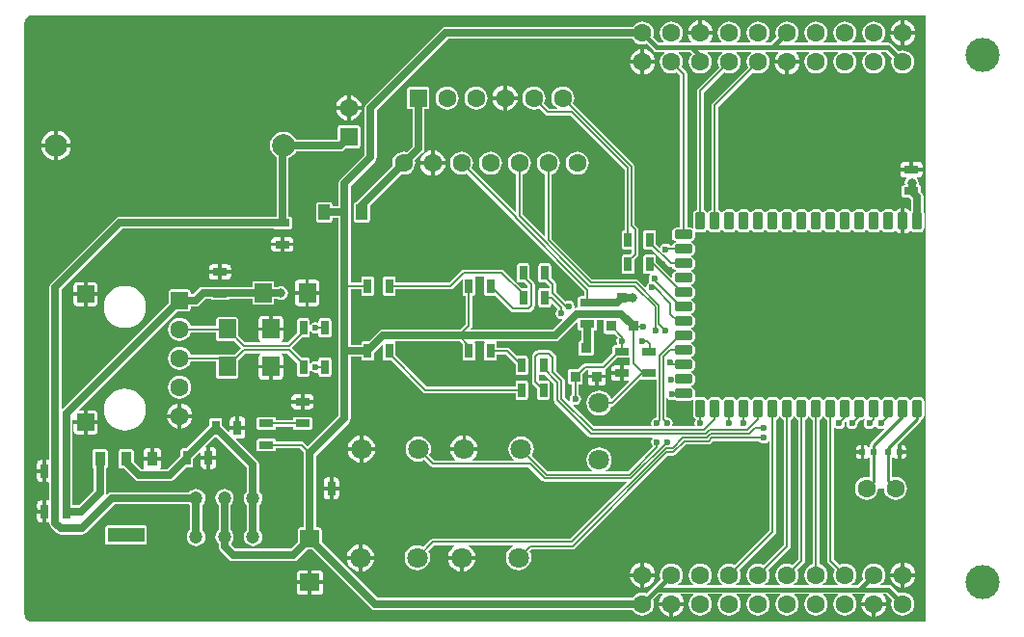
<source format=gtl>
G04 Layer_Physical_Order=1*
G04 Layer_Color=255*
%FSTAX24Y24*%
%MOIN*%
G70*
G01*
G75*
%ADD10R,0.0276X0.0512*%
G04:AMPARAMS|DCode=11|XSize=63mil|YSize=31.5mil|CornerRadius=7.9mil|HoleSize=0mil|Usage=FLASHONLY|Rotation=90.000|XOffset=0mil|YOffset=0mil|HoleType=Round|Shape=RoundedRectangle|*
%AMROUNDEDRECTD11*
21,1,0.0630,0.0157,0,0,90.0*
21,1,0.0472,0.0315,0,0,90.0*
1,1,0.0157,0.0079,0.0236*
1,1,0.0157,0.0079,-0.0236*
1,1,0.0157,-0.0079,-0.0236*
1,1,0.0157,-0.0079,0.0236*
%
%ADD11ROUNDEDRECTD11*%
G04:AMPARAMS|DCode=12|XSize=63mil|YSize=31.5mil|CornerRadius=7.9mil|HoleSize=0mil|Usage=FLASHONLY|Rotation=0.000|XOffset=0mil|YOffset=0mil|HoleType=Round|Shape=RoundedRectangle|*
%AMROUNDEDRECTD12*
21,1,0.0630,0.0157,0,0,0.0*
21,1,0.0472,0.0315,0,0,0.0*
1,1,0.0157,0.0236,-0.0079*
1,1,0.0157,-0.0236,-0.0079*
1,1,0.0157,-0.0236,0.0079*
1,1,0.0157,0.0236,0.0079*
%
%ADD12ROUNDEDRECTD12*%
%ADD13R,0.0394X0.0551*%
%ADD14R,0.0598X0.0661*%
%ADD15R,0.0512X0.0276*%
%ADD16R,0.0354X0.0374*%
%ADD17R,0.0366X0.0516*%
%ADD18R,0.1276X0.0516*%
%ADD19R,0.0661X0.0598*%
%ADD20R,0.0197X0.0236*%
%ADD21C,0.0250*%
%ADD22C,0.0100*%
%ADD23C,0.0060*%
%ADD24C,0.0080*%
%ADD25C,0.0150*%
%ADD26C,0.0630*%
%ADD27C,0.1968*%
%ADD28C,0.1181*%
%ADD29R,0.0591X0.0591*%
%ADD30C,0.0787*%
%ADD31R,0.0610X0.0610*%
%ADD32R,0.0630X0.0630*%
%ADD33C,0.0709*%
%ADD34C,0.0472*%
%ADD35C,0.0236*%
%ADD36C,0.0315*%
G36*
X05979Y026173D02*
X0289D01*
Y026173D01*
X028831Y026182D01*
X028766Y026209D01*
X028711Y026251D01*
X028669Y026306D01*
X028642Y026371D01*
X028633Y02644D01*
X028633D01*
Y04689D01*
X028633D01*
X028642Y046959D01*
X028669Y047024D01*
X028711Y047079D01*
X028766Y047121D01*
X028831Y047148D01*
X0289Y047157D01*
Y047157D01*
X05979D01*
X05979Y026173D01*
D02*
G37*
%LPC*%
G36*
X037098Y03494D02*
X036736D01*
Y034669D01*
X036746Y034622D01*
X036772Y034583D01*
X036812Y034556D01*
X036859Y034547D01*
X037098D01*
Y03494D01*
D02*
G37*
G36*
X034Y034688D02*
X033897Y034675D01*
X033801Y034635D01*
X033718Y034572D01*
X033655Y034489D01*
X033615Y034393D01*
X033602Y03429D01*
X033615Y034187D01*
X033655Y034091D01*
X033718Y034008D01*
X033801Y033945D01*
X033897Y033905D01*
X034Y033892D01*
X034103Y033905D01*
X034199Y033945D01*
X034282Y034008D01*
X034345Y034091D01*
X034385Y034187D01*
X034398Y03429D01*
X034385Y034393D01*
X034345Y034489D01*
X034282Y034572D01*
X034199Y034635D01*
X034103Y034675D01*
X034Y034688D01*
D02*
G37*
G36*
X032106Y037786D02*
X031965Y037772D01*
X031829Y037731D01*
X031704Y037664D01*
X031594Y037574D01*
X031504Y037464D01*
X031437Y037339D01*
X031396Y037203D01*
X031382Y037062D01*
X031396Y03692D01*
X031437Y036785D01*
X031504Y036659D01*
X031594Y03655D01*
X031704Y03646D01*
X031829Y036393D01*
X031965Y036352D01*
X032106Y036338D01*
X032248Y036352D01*
X032383Y036393D01*
X032509Y03646D01*
X032618Y03655D01*
X032708Y036659D01*
X032775Y036785D01*
X032816Y03692D01*
X03283Y037062D01*
X032816Y037203D01*
X032775Y037339D01*
X032708Y037464D01*
X032618Y037574D01*
X032509Y037664D01*
X032383Y037731D01*
X032248Y037772D01*
X032106Y037786D01*
D02*
G37*
G36*
X05906Y028221D02*
Y02785D01*
X059431D01*
X059424Y027904D01*
X05938Y028009D01*
X05931Y0281D01*
X059219Y02817D01*
X059114Y028214D01*
X05906Y028221D01*
D02*
G37*
G36*
X037579Y03494D02*
X037218D01*
Y034547D01*
X037457D01*
X037504Y034556D01*
X037544Y034583D01*
X03757Y034622D01*
X037579Y034669D01*
Y03494D01*
D02*
G37*
G36*
X03819Y033728D02*
X037872D01*
Y03365D01*
X037881Y033603D01*
X037908Y033564D01*
X037947Y033537D01*
X037994Y033528D01*
X03819D01*
Y033728D01*
D02*
G37*
G36*
X03406Y033721D02*
Y03335D01*
X034431D01*
X034424Y033404D01*
X03438Y033509D01*
X03431Y0336D01*
X034219Y03367D01*
X034114Y033714D01*
X03406Y033721D01*
D02*
G37*
G36*
X03394D02*
X033886Y033714D01*
X033781Y03367D01*
X03369Y0336D01*
X03362Y033509D01*
X033576Y033404D01*
X033569Y03335D01*
X03394D01*
Y033721D01*
D02*
G37*
G36*
X038506Y034048D02*
X03831D01*
Y033848D01*
X038628D01*
Y033926D01*
X038619Y033973D01*
X038592Y034012D01*
X038553Y034039D01*
X038506Y034048D01*
D02*
G37*
G36*
X03819D02*
X037994D01*
X037947Y034039D01*
X037908Y034012D01*
X037881Y033973D01*
X037872Y033926D01*
Y033848D01*
X03819D01*
Y034048D01*
D02*
G37*
G36*
X038628Y033728D02*
X03831D01*
Y033528D01*
X038506D01*
X038553Y033537D01*
X038592Y033564D01*
X038619Y033603D01*
X038628Y03365D01*
Y033728D01*
D02*
G37*
G36*
X037098Y036753D02*
X036859D01*
X036812Y036744D01*
X036772Y036717D01*
X036746Y036678D01*
X036736Y036631D01*
Y03636D01*
X037098D01*
Y036753D01*
D02*
G37*
G36*
X031044Y037926D02*
X030809D01*
Y037568D01*
X031166D01*
Y037803D01*
X031157Y03785D01*
X031131Y03789D01*
X031091Y037916D01*
X031044Y037926D01*
D02*
G37*
G36*
X030689D02*
X030454D01*
X030407Y037916D01*
X030367Y03789D01*
X030341Y03785D01*
X030331Y037803D01*
Y037568D01*
X030689D01*
Y037926D01*
D02*
G37*
G36*
X038348Y038003D02*
X038109D01*
X038062Y037994D01*
X038022Y037967D01*
X037996Y037928D01*
X037986Y037881D01*
Y03761D01*
X038348D01*
Y038003D01*
D02*
G37*
G36*
X03534Y038214D02*
X035022D01*
Y038136D01*
X035031Y038089D01*
X035058Y03805D01*
X035097Y038023D01*
X035144Y038014D01*
X03534D01*
Y038214D01*
D02*
G37*
G36*
X038707Y038003D02*
X038468D01*
Y03761D01*
X038829D01*
Y037881D01*
X03882Y037928D01*
X038794Y037967D01*
X038754Y037994D01*
X038707Y038003D01*
D02*
G37*
G36*
X038829Y03749D02*
X038468D01*
Y037097D01*
X038707D01*
X038754Y037106D01*
X038794Y037133D01*
X03882Y037172D01*
X038829Y037219D01*
Y03749D01*
D02*
G37*
G36*
X035941Y036712D02*
X035343D01*
X035312Y036706D01*
X035285Y036688D01*
X035268Y036662D01*
X035261Y036631D01*
Y036412D01*
X034377D01*
X034345Y036489D01*
X034282Y036572D01*
X034199Y036635D01*
X034103Y036675D01*
X034Y036688D01*
X033897Y036675D01*
X033801Y036635D01*
X033718Y036572D01*
X033655Y036489D01*
X033615Y036393D01*
X033602Y03629D01*
X033615Y036187D01*
X033655Y036091D01*
X033718Y036008D01*
X033801Y035945D01*
X033897Y035905D01*
X034Y035892D01*
X034103Y035905D01*
X034199Y035945D01*
X034282Y036008D01*
X034345Y036091D01*
X034377Y036168D01*
X035261D01*
Y035969D01*
X035268Y035938D01*
X035285Y035912D01*
X035312Y035894D01*
X035343Y035888D01*
X035881D01*
X036119Y03565D01*
X035881Y035412D01*
X035353D01*
X035352Y035412D01*
X034377D01*
X034345Y035489D01*
X034282Y035572D01*
X034199Y035635D01*
X034103Y035675D01*
X034Y035688D01*
X033897Y035675D01*
X033801Y035635D01*
X033718Y035572D01*
X033655Y035489D01*
X033615Y035393D01*
X033602Y03529D01*
X033615Y035187D01*
X033655Y035091D01*
X033718Y035008D01*
X033801Y034945D01*
X033897Y034905D01*
X034Y034892D01*
X034103Y034905D01*
X034199Y034945D01*
X034282Y035008D01*
X034345Y035091D01*
X034377Y035168D01*
X035261D01*
Y034669D01*
X035268Y034638D01*
X035285Y034612D01*
X035312Y034594D01*
X035343Y034588D01*
X035941D01*
X035973Y034594D01*
X035999Y034612D01*
X036017Y034638D01*
X036023Y034669D01*
Y035208D01*
X036273Y035458D01*
X036779D01*
X036788Y035428D01*
X036772Y035417D01*
X036746Y035378D01*
X036736Y035331D01*
Y03506D01*
X037158D01*
X037579D01*
Y035331D01*
X03757Y035378D01*
X037544Y035417D01*
X037528Y035428D01*
X037537Y035458D01*
X037729D01*
X038057Y03513D01*
Y034734D01*
X038063Y034703D01*
X038081Y034676D01*
X038107Y034659D01*
X038138Y034653D01*
X038414D01*
X038445Y034659D01*
X038471Y034676D01*
X038489Y034703D01*
X038495Y034734D01*
Y034886D01*
X038525Y034895D01*
X038557Y034847D01*
X038623Y034803D01*
X0387Y034788D01*
X038775Y034803D01*
X038782Y034802D01*
X038805Y03479D01*
Y034734D01*
X038811Y034703D01*
X038829Y034676D01*
X038855Y034659D01*
X038886Y034653D01*
X039162D01*
X039193Y034659D01*
X039219Y034676D01*
X039237Y034703D01*
X039243Y034734D01*
Y035246D01*
X039237Y035277D01*
X039219Y035304D01*
X039193Y035321D01*
X039162Y035327D01*
X038886D01*
X038855Y035321D01*
X038829Y035304D01*
X038811Y035277D01*
X038805Y035246D01*
Y03519D01*
X038782Y035178D01*
X038775Y035177D01*
X0387Y035192D01*
X038623Y035177D01*
X038557Y035133D01*
X038525Y035085D01*
X038495Y035094D01*
Y035246D01*
X038489Y035277D01*
X038471Y035304D01*
X038445Y035321D01*
X038414Y035327D01*
X038206D01*
X037883Y03565D01*
X038236Y036003D01*
X038414D01*
X038445Y036009D01*
X038471Y036026D01*
X038489Y036053D01*
X038495Y036084D01*
Y036236D01*
X038525Y036245D01*
X038557Y036197D01*
X038623Y036153D01*
X0387Y036138D01*
X038775Y036153D01*
X038782Y036152D01*
X038805Y03614D01*
Y036084D01*
X038811Y036053D01*
X038829Y036026D01*
X038855Y036009D01*
X038886Y036003D01*
X039162D01*
X039193Y036009D01*
X039219Y036026D01*
X039237Y036053D01*
X039243Y036084D01*
Y036596D01*
X039237Y036627D01*
X039219Y036654D01*
X039193Y036671D01*
X039162Y036677D01*
X038886D01*
X038855Y036671D01*
X038829Y036654D01*
X038811Y036627D01*
X038805Y036596D01*
Y03654D01*
X038782Y036528D01*
X038775Y036527D01*
X0387Y036542D01*
X038623Y036527D01*
X038557Y036483D01*
X038525Y036435D01*
X038495Y036444D01*
Y036596D01*
X038489Y036627D01*
X038471Y036654D01*
X038445Y036671D01*
X038414Y036677D01*
X038138D01*
X038107Y036671D01*
X038081Y036654D01*
X038063Y036627D01*
X038057Y036596D01*
Y03617D01*
X037729Y035842D01*
X037537D01*
X037528Y035872D01*
X037544Y035883D01*
X03757Y035922D01*
X037579Y035969D01*
Y03624D01*
X037158D01*
X036736D01*
Y035969D01*
X036746Y035922D01*
X036772Y035883D01*
X036788Y035872D01*
X036779Y035842D01*
X036273D01*
X036023Y036092D01*
Y036631D01*
X036017Y036662D01*
X035999Y036688D01*
X035973Y036706D01*
X035941Y036712D01*
D02*
G37*
G36*
X037457Y036753D02*
X037218D01*
Y03636D01*
X037579D01*
Y036631D01*
X03757Y036678D01*
X037544Y036717D01*
X037504Y036744D01*
X037457Y036753D01*
D02*
G37*
G36*
X030689Y037448D02*
X030331D01*
Y037213D01*
X030341Y037166D01*
X030367Y037126D01*
X030407Y0371D01*
X030454Y03709D01*
X030689D01*
Y037448D01*
D02*
G37*
G36*
X038348Y03749D02*
X037986D01*
Y037219D01*
X037996Y037172D01*
X038022Y037133D01*
X038062Y037106D01*
X038109Y037097D01*
X038348D01*
Y03749D01*
D02*
G37*
G36*
X031166Y037448D02*
X030809D01*
Y03709D01*
X031044D01*
X031091Y0371D01*
X031131Y037126D01*
X031157Y037166D01*
X031166Y037213D01*
Y037448D01*
D02*
G37*
G36*
X038506Y033259D02*
X037994D01*
X037963Y033253D01*
X037936Y033235D01*
X037919Y033209D01*
X037913Y033178D01*
Y033162D01*
X037337D01*
Y033178D01*
X037331Y033209D01*
X037314Y033235D01*
X037287Y033253D01*
X037256Y033259D01*
X036744D01*
X036713Y033253D01*
X036686Y033235D01*
X036669Y033209D01*
X036663Y033178D01*
Y032902D01*
X036669Y032871D01*
X036686Y032845D01*
X036713Y032827D01*
X036744Y032821D01*
X037256D01*
X037287Y032827D01*
X037314Y032845D01*
X037331Y032871D01*
X037337Y032902D01*
Y032918D01*
X037913D01*
Y032902D01*
X037919Y032871D01*
X037936Y032845D01*
X037963Y032827D01*
X037994Y032821D01*
X038506D01*
X038537Y032827D01*
X038564Y032845D01*
X038581Y032871D01*
X038587Y032902D01*
Y033178D01*
X038581Y033209D01*
X038564Y033235D01*
X038537Y033253D01*
X038506Y033259D01*
D02*
G37*
G36*
X035388Y033227D02*
X035112D01*
X035081Y033221D01*
X035055Y033204D01*
X035037Y033177D01*
X035031Y033146D01*
Y032966D01*
X034242Y032177D01*
X034112D01*
X034081Y032171D01*
X034055Y032154D01*
X034037Y032127D01*
X034031Y032096D01*
Y031916D01*
X033563Y031449D01*
X033346D01*
X03333Y031479D01*
X033346Y031502D01*
X033355Y031549D01*
Y031747D01*
X03305D01*
X032744D01*
Y031549D01*
X032754Y031502D01*
X032769Y031479D01*
X032753Y031449D01*
X032687D01*
X032413Y031723D01*
Y032065D01*
X032406Y032096D01*
X032389Y032122D01*
X032362Y03214D01*
X032331Y032146D01*
X031965D01*
X031934Y03214D01*
X031907Y032122D01*
X03189Y032096D01*
X031883Y032065D01*
Y031549D01*
X03189Y031518D01*
X031907Y031491D01*
X031934Y031474D01*
X031965Y031467D01*
X032077D01*
X032452Y031092D01*
X032452Y031092D01*
X03252Y031047D01*
X0326Y031031D01*
X0326Y031031D01*
X03365D01*
X03365Y031031D01*
X03373Y031047D01*
X033798Y031092D01*
X034208Y031503D01*
X034388D01*
X034419Y031509D01*
X034445Y031526D01*
X034463Y031553D01*
X034469Y031584D01*
Y031814D01*
X03471Y032055D01*
X034738Y032043D01*
Y0319D01*
X034938D01*
Y032218D01*
X034913D01*
X034902Y032246D01*
X035208Y032553D01*
X035292D01*
X036325Y031519D01*
Y030688D01*
X036309Y030676D01*
X036258Y030609D01*
X036226Y030533D01*
X036215Y03045D01*
X036226Y030367D01*
X036258Y030291D01*
X036309Y030224D01*
X036325Y030212D01*
Y02935D01*
X036309Y029337D01*
X036258Y029271D01*
X036226Y029194D01*
X036215Y029111D01*
X036226Y029029D01*
X036258Y028952D01*
X036309Y028886D01*
X036375Y028835D01*
X036452Y028803D01*
X036534Y028792D01*
X036617Y028803D01*
X036694Y028835D01*
X03676Y028886D01*
X03681Y028952D01*
X036842Y029029D01*
X036853Y029111D01*
X036842Y029194D01*
X03681Y029271D01*
X03676Y029337D01*
X036743Y02935D01*
Y030212D01*
X03676Y030224D01*
X03681Y030291D01*
X036842Y030367D01*
X036853Y03045D01*
X036842Y030533D01*
X03681Y030609D01*
X03676Y030676D01*
X036743Y030688D01*
Y031606D01*
X036743Y031606D01*
X036727Y031686D01*
X036682Y031754D01*
X036682Y031754D01*
X035952Y032484D01*
X035963Y032512D01*
X036136D01*
X036183Y032521D01*
X036222Y032548D01*
X036249Y032587D01*
X036258Y032634D01*
Y03283D01*
X035998D01*
X035738D01*
Y032737D01*
X03571Y032725D01*
X035469Y032966D01*
Y033146D01*
X035463Y033177D01*
X035445Y033204D01*
X035419Y033221D01*
X035388Y033227D01*
D02*
G37*
G36*
X035258Y03178D02*
X035058D01*
Y031462D01*
X035136D01*
X035183Y031471D01*
X035222Y031498D01*
X035249Y031537D01*
X035258Y031584D01*
Y03178D01*
D02*
G37*
G36*
X057546Y03198D02*
X057386D01*
Y031922D01*
X057395Y031875D01*
X057421Y031835D01*
X057461Y031809D01*
X057508Y0318D01*
X057546D01*
Y03198D01*
D02*
G37*
G36*
X03299Y032187D02*
X032867D01*
X03282Y032178D01*
X03278Y032151D01*
X032754Y032112D01*
X032744Y032065D01*
Y031867D01*
X03299D01*
Y032187D01*
D02*
G37*
G36*
X059114Y03198D02*
X058954D01*
Y0318D01*
X058992D01*
X059039Y031809D01*
X059079Y031835D01*
X059105Y031875D01*
X059114Y031922D01*
Y03198D01*
D02*
G37*
G36*
X034938Y03178D02*
X034738D01*
Y031584D01*
X034747Y031537D01*
X034774Y031498D01*
X034813Y031471D01*
X03486Y031462D01*
X034938D01*
Y03178D01*
D02*
G37*
G36*
X029266Y02993D02*
X029066D01*
Y029734D01*
X029075Y029687D01*
X029102Y029648D01*
X029141Y029621D01*
X029188Y029612D01*
X029266D01*
Y02993D01*
D02*
G37*
G36*
Y030368D02*
X029188D01*
X029141Y030359D01*
X029102Y030332D01*
X029075Y030293D01*
X029066Y030246D01*
Y03005D01*
X029266D01*
Y030368D01*
D02*
G37*
G36*
X032786Y029513D02*
X03151D01*
X031479Y029506D01*
X031453Y029489D01*
X031435Y029462D01*
X031429Y029431D01*
Y028915D01*
X031435Y028884D01*
X031453Y028858D01*
X031479Y02884D01*
X03151Y028834D01*
X032786D01*
X032817Y02884D01*
X032843Y028858D01*
X032861Y028884D01*
X032867Y028915D01*
Y029431D01*
X032861Y029462D01*
X032843Y029489D01*
X032817Y029506D01*
X032786Y029513D01*
D02*
G37*
G36*
X029266Y031768D02*
X029188D01*
X029141Y031759D01*
X029102Y031732D01*
X029075Y031693D01*
X029066Y031646D01*
Y03145D01*
X029266D01*
Y031768D01*
D02*
G37*
G36*
Y03133D02*
X029066D01*
Y031134D01*
X029075Y031087D01*
X029102Y031048D01*
X029141Y031021D01*
X029188Y031012D01*
X029266D01*
Y03133D01*
D02*
G37*
G36*
X033233Y032187D02*
X03311D01*
Y031867D01*
X033355D01*
Y032065D01*
X033346Y032112D01*
X033319Y032151D01*
X03328Y032178D01*
X033233Y032187D01*
D02*
G37*
G36*
X034431Y03323D02*
X03406D01*
Y032859D01*
X034114Y032866D01*
X034219Y03291D01*
X03431Y03298D01*
X03438Y033071D01*
X034424Y033176D01*
X034431Y03323D01*
D02*
G37*
G36*
X03394D02*
X033569D01*
X033576Y033176D01*
X03362Y033071D01*
X03369Y03298D01*
X033781Y03291D01*
X033886Y032866D01*
X03394Y032859D01*
Y03323D01*
D02*
G37*
G36*
X035938Y033268D02*
X03586D01*
X035813Y033259D01*
X035774Y033232D01*
X035747Y033193D01*
X035738Y033146D01*
Y03295D01*
X035938D01*
Y033268D01*
D02*
G37*
G36*
X031044Y03349D02*
X030809D01*
Y033132D01*
X031166D01*
Y033367D01*
X031157Y033414D01*
X031131Y033454D01*
X031091Y03348D01*
X031044Y03349D01*
D02*
G37*
G36*
X036136Y033268D02*
X036058D01*
Y03295D01*
X036258D01*
Y033146D01*
X036249Y033193D01*
X036222Y033232D01*
X036183Y033259D01*
X036136Y033268D01*
D02*
G37*
G36*
X032106Y034242D02*
X031965Y034228D01*
X031829Y034187D01*
X031704Y03412D01*
X031594Y03403D01*
X031504Y033921D01*
X031437Y033795D01*
X031396Y03366D01*
X031382Y033518D01*
X031396Y033377D01*
X031437Y033241D01*
X031504Y033116D01*
X031594Y033006D01*
X031704Y032916D01*
X031829Y032849D01*
X031965Y032808D01*
X032106Y032794D01*
X032248Y032808D01*
X032383Y032849D01*
X032509Y032916D01*
X032618Y033006D01*
X032708Y033116D01*
X032775Y033241D01*
X032816Y033377D01*
X03283Y033518D01*
X032816Y03366D01*
X032775Y033795D01*
X032708Y033921D01*
X032618Y03403D01*
X032509Y03412D01*
X032383Y034187D01*
X032248Y034228D01*
X032106Y034242D01*
D02*
G37*
G36*
X057546Y03228D02*
X057508D01*
X057461Y032271D01*
X057421Y032245D01*
X057395Y032205D01*
X057386Y032158D01*
Y0321D01*
X057546D01*
Y03228D01*
D02*
G37*
G36*
X035136Y032218D02*
X035058D01*
Y0319D01*
X035258D01*
Y032096D01*
X035249Y032143D01*
X035222Y032182D01*
X035183Y032209D01*
X035136Y032218D01*
D02*
G37*
G36*
X058992Y03228D02*
X058954D01*
Y0321D01*
X059114D01*
Y032158D01*
X059105Y032205D01*
X059079Y032245D01*
X059039Y032271D01*
X058992Y03228D01*
D02*
G37*
G36*
X031166Y033012D02*
X030809D01*
Y032654D01*
X031044D01*
X031091Y032664D01*
X031131Y03269D01*
X031157Y03273D01*
X031166Y032777D01*
Y033012D01*
D02*
G37*
G36*
X030689D02*
X030331D01*
Y032777D01*
X030341Y03273D01*
X030367Y03269D01*
X030407Y032664D01*
X030454Y032654D01*
X030689D01*
Y033012D01*
D02*
G37*
G36*
X035778Y038214D02*
X03546D01*
Y038014D01*
X035656D01*
X035703Y038023D01*
X035742Y03805D01*
X035769Y038089D01*
X035778Y038136D01*
Y038214D01*
D02*
G37*
G36*
X03979Y044381D02*
X039736Y044374D01*
X039631Y04433D01*
X03954Y04426D01*
X03947Y044169D01*
X039426Y044064D01*
X039419Y04401D01*
X03979D01*
Y044381D01*
D02*
G37*
G36*
X038953Y02748D02*
X03856D01*
Y027118D01*
X038831D01*
X038878Y027128D01*
X038917Y027154D01*
X038944Y027194D01*
X038953Y027241D01*
Y02748D01*
D02*
G37*
G36*
X05894Y02773D02*
X058569D01*
X058576Y027676D01*
X05862Y027571D01*
X05869Y02748D01*
X058781Y02741D01*
X058886Y027366D01*
X05894Y027359D01*
Y02773D01*
D02*
G37*
G36*
X058431Y02673D02*
X05806D01*
Y026359D01*
X058114Y026366D01*
X058219Y02641D01*
X05831Y02648D01*
X05838Y026571D01*
X058424Y026676D01*
X058431Y02673D01*
D02*
G37*
G36*
X03844Y02748D02*
X038047D01*
Y027241D01*
X038056Y027194D01*
X038083Y027154D01*
X038122Y027128D01*
X038169Y027118D01*
X03844D01*
Y02748D01*
D02*
G37*
G36*
X03991Y044381D02*
Y04401D01*
X040281D01*
X040274Y044064D01*
X04023Y044169D01*
X04016Y04426D01*
X040069Y04433D01*
X039964Y044374D01*
X03991Y044381D01*
D02*
G37*
G36*
X040165Y043347D02*
X039535D01*
X039504Y04334D01*
X039477Y043323D01*
X03946Y043296D01*
X039453Y043265D01*
Y042859D01*
X038026D01*
X038014Y042889D01*
X037938Y042988D01*
X037839Y043064D01*
X037724Y043112D01*
X0376Y043128D01*
X037476Y043112D01*
X037361Y043064D01*
X037262Y042988D01*
X037186Y042889D01*
X037138Y042774D01*
X037122Y04265D01*
X037138Y042526D01*
X037186Y042411D01*
X037262Y042312D01*
X037341Y042252D01*
Y040193D01*
X037294D01*
X037263Y040187D01*
X037257Y040183D01*
X031934D01*
X031934Y040183D01*
X031854Y040167D01*
X031786Y040122D01*
X031786Y040122D01*
X029552Y037888D01*
X029507Y03782D01*
X029491Y03774D01*
X029491Y03774D01*
Y031786D01*
X029468Y031767D01*
X029464Y031768D01*
X029386D01*
Y03139D01*
Y031012D01*
X029464D01*
X029468Y031013D01*
X029491Y030994D01*
Y030386D01*
X029468Y030367D01*
X029464Y030368D01*
X029386D01*
Y02999D01*
Y029612D01*
X029464D01*
X029468Y029613D01*
X029484Y029599D01*
X029491Y02959D01*
X029507Y02951D01*
X029552Y029442D01*
X029742Y029252D01*
X029742Y029252D01*
X02981Y029207D01*
X02989Y029191D01*
X02989Y029191D01*
X03061D01*
X03061Y029191D01*
X03069Y029207D01*
X030758Y029252D01*
X031747Y030241D01*
X034328D01*
X03434Y030224D01*
X034357Y030212D01*
Y02935D01*
X03434Y029337D01*
X03429Y029271D01*
X034258Y029194D01*
X034247Y029111D01*
X034258Y029029D01*
X03429Y028952D01*
X03434Y028886D01*
X034406Y028835D01*
X034483Y028803D01*
X034566Y028792D01*
X034648Y028803D01*
X034725Y028835D01*
X034791Y028886D01*
X034842Y028952D01*
X034874Y029029D01*
X034885Y029111D01*
X034874Y029194D01*
X034842Y029271D01*
X034791Y029337D01*
X034775Y02935D01*
Y030212D01*
X034791Y030224D01*
X034842Y030291D01*
X034874Y030367D01*
X034885Y03045D01*
X034874Y030533D01*
X034842Y030609D01*
X034791Y030676D01*
X034725Y030726D01*
X034648Y030758D01*
X034566Y030769D01*
X034483Y030758D01*
X034406Y030726D01*
X03434Y030676D01*
X034328Y030659D01*
X03166D01*
X03158Y030643D01*
X031512Y030598D01*
X031512Y030598D01*
X03147Y030556D01*
X031442Y03057D01*
X031455Y030636D01*
X031455Y030636D01*
Y031473D01*
X031461Y031474D01*
X031487Y031491D01*
X031505Y031518D01*
X031511Y031549D01*
Y032065D01*
X031505Y032096D01*
X031487Y032122D01*
X031461Y03214D01*
X03143Y032146D01*
X031063D01*
X031032Y03214D01*
X031006Y032122D01*
X030988Y032096D01*
X030982Y032065D01*
Y031549D01*
X030988Y031518D01*
X031006Y031491D01*
X031032Y031474D01*
X031037Y031473D01*
Y030723D01*
X030513Y030199D01*
X030293D01*
Y030246D01*
X030287Y030277D01*
X030283Y030283D01*
Y031097D01*
X030287Y031103D01*
X030293Y031134D01*
Y031646D01*
X030287Y031677D01*
X030283Y031683D01*
Y033277D01*
X030303Y033298D01*
X030331Y033286D01*
Y033132D01*
X030689D01*
Y03349D01*
X030534D01*
X030523Y033517D01*
X033919Y036913D01*
X034295D01*
X034326Y036919D01*
X034353Y036937D01*
X034371Y036964D01*
X034377Y036995D01*
Y037081D01*
X03455D01*
X03455Y037081D01*
X03463Y037097D01*
X034698Y037142D01*
X034897Y037341D01*
X035079D01*
X035086Y037331D01*
X035113Y037313D01*
X035144Y037307D01*
X035656D01*
X035687Y037313D01*
X035714Y037331D01*
X035721Y037341D01*
X036511D01*
Y037219D01*
X036518Y037188D01*
X036535Y037162D01*
X036562Y037144D01*
X036593Y037138D01*
X037191D01*
X037223Y037144D01*
X037249Y037162D01*
X037267Y037188D01*
X037273Y037219D01*
Y037341D01*
X03737D01*
X037407Y037316D01*
X0375Y037298D01*
X037593Y037316D01*
X037671Y037369D01*
X037724Y037447D01*
X037742Y03754D01*
X037724Y037633D01*
X037671Y037711D01*
X037593Y037764D01*
X0375Y037782D01*
X037407Y037764D01*
X0374Y037759D01*
X037273D01*
Y037881D01*
X037267Y037912D01*
X037249Y037938D01*
X037223Y037956D01*
X037191Y037962D01*
X036593D01*
X036562Y037956D01*
X036535Y037938D01*
X036518Y037912D01*
X036511Y037881D01*
Y037759D01*
X03481D01*
X03481Y037759D01*
X03473Y037743D01*
X034662Y037698D01*
X034662Y037698D01*
X034463Y037499D01*
X034377D01*
Y037585D01*
X034371Y037616D01*
X034353Y037643D01*
X034326Y037661D01*
X034295Y037667D01*
X033705D01*
X033674Y037661D01*
X033647Y037643D01*
X033629Y037616D01*
X033623Y037585D01*
Y037209D01*
X029939Y033525D01*
X029909Y033537D01*
Y037653D01*
X032021Y039765D01*
X037257D01*
X037263Y039761D01*
X037294Y039755D01*
X037806D01*
X037837Y039761D01*
X037864Y039779D01*
X037881Y039805D01*
X037887Y039836D01*
Y040112D01*
X037881Y040143D01*
X037864Y040169D01*
X037837Y040187D01*
X037806Y040193D01*
X037759D01*
Y042203D01*
X037839Y042236D01*
X037938Y042312D01*
X038014Y042411D01*
X038026Y042441D01*
X03955D01*
X03955Y042441D01*
X03963Y042457D01*
X039698Y042502D01*
X039749Y042553D01*
X040165D01*
X040196Y04256D01*
X040223Y042577D01*
X04024Y042604D01*
X040247Y042635D01*
Y043265D01*
X04024Y043296D01*
X040223Y043323D01*
X040196Y04334D01*
X040165Y043347D01*
D02*
G37*
G36*
X029786Y04316D02*
Y04271D01*
X030236D01*
X030226Y042784D01*
X030175Y042909D01*
X030092Y043016D01*
X029985Y043099D01*
X02986Y04315D01*
X029786Y04316D01*
D02*
G37*
G36*
X029666D02*
X029592Y04315D01*
X029467Y043099D01*
X02936Y043016D01*
X029277Y042909D01*
X029225Y042784D01*
X029216Y04271D01*
X029666D01*
Y04316D01*
D02*
G37*
G36*
X059431Y02773D02*
X05906D01*
Y027359D01*
X059114Y027366D01*
X059219Y02741D01*
X05931Y02748D01*
X05938Y027571D01*
X059424Y027676D01*
X059431Y02773D01*
D02*
G37*
G36*
X040281Y04389D02*
X03991D01*
Y043519D01*
X039964Y043526D01*
X040069Y04357D01*
X04016Y04364D01*
X04023Y043731D01*
X040274Y043836D01*
X040281Y04389D01*
D02*
G37*
G36*
X03979D02*
X039419D01*
X039426Y043836D01*
X03947Y043731D01*
X03954Y04364D01*
X039631Y04357D01*
X039736Y043526D01*
X03979Y043519D01*
Y04389D01*
D02*
G37*
G36*
X05894Y046971D02*
X058886Y046964D01*
X058781Y04692D01*
X05869Y04685D01*
X05862Y046759D01*
X058576Y046654D01*
X058569Y0466D01*
X05894D01*
Y046971D01*
D02*
G37*
G36*
X058Y046938D02*
X057897Y046925D01*
X057801Y046885D01*
X057718Y046822D01*
X057655Y046739D01*
X057615Y046643D01*
X057602Y04654D01*
X057615Y046437D01*
X057655Y046341D01*
X057718Y046258D01*
X05776Y046226D01*
X05775Y046198D01*
X05725D01*
X05724Y046226D01*
X057282Y046258D01*
X057345Y046341D01*
X057385Y046437D01*
X057398Y04654D01*
X057385Y046643D01*
X057345Y046739D01*
X057282Y046822D01*
X057199Y046885D01*
X057103Y046925D01*
X057Y046938D01*
X056897Y046925D01*
X056801Y046885D01*
X056718Y046822D01*
X056655Y046739D01*
X056615Y046643D01*
X056602Y04654D01*
X056615Y046437D01*
X056655Y046341D01*
X056718Y046258D01*
X05676Y046226D01*
X05675Y046198D01*
X05625D01*
X05624Y046226D01*
X056282Y046258D01*
X056345Y046341D01*
X056385Y046437D01*
X056398Y04654D01*
X056385Y046643D01*
X056345Y046739D01*
X056282Y046822D01*
X056199Y046885D01*
X056103Y046925D01*
X056Y046938D01*
X055897Y046925D01*
X055801Y046885D01*
X055718Y046822D01*
X055655Y046739D01*
X055615Y046643D01*
X055602Y04654D01*
X055615Y046437D01*
X055655Y046341D01*
X055718Y046258D01*
X05576Y046226D01*
X05575Y046198D01*
X05525D01*
X05524Y046226D01*
X055282Y046258D01*
X055345Y046341D01*
X055385Y046437D01*
X055398Y04654D01*
X055385Y046643D01*
X055345Y046739D01*
X055282Y046822D01*
X055199Y046885D01*
X055103Y046925D01*
X055Y046938D01*
X054897Y046925D01*
X054801Y046885D01*
X054718Y046822D01*
X054655Y046739D01*
X054615Y046643D01*
X054602Y04654D01*
X054615Y046437D01*
X054632Y046396D01*
X054435Y046198D01*
X05425D01*
X05424Y046226D01*
X054282Y046258D01*
X054345Y046341D01*
X054385Y046437D01*
X054398Y04654D01*
X054385Y046643D01*
X054345Y046739D01*
X054282Y046822D01*
X054199Y046885D01*
X054103Y046925D01*
X054Y046938D01*
X053897Y046925D01*
X053801Y046885D01*
X053718Y046822D01*
X053655Y046739D01*
X053615Y046643D01*
X053602Y04654D01*
X053615Y046437D01*
X053655Y046341D01*
X053718Y046258D01*
X05376Y046226D01*
X05375Y046198D01*
X05325D01*
X05324Y046226D01*
X053282Y046258D01*
X053345Y046341D01*
X053385Y046437D01*
X053398Y04654D01*
X053385Y046643D01*
X053345Y046739D01*
X053282Y046822D01*
X053199Y046885D01*
X053103Y046925D01*
X053Y046938D01*
X052897Y046925D01*
X052801Y046885D01*
X052718Y046822D01*
X052655Y046739D01*
X052615Y046643D01*
X052602Y04654D01*
X052615Y046437D01*
X052655Y046341D01*
X052718Y046258D01*
X05276Y046226D01*
X05275Y046198D01*
X052316D01*
X052306Y046226D01*
X05231Y04623D01*
X05238Y046321D01*
X052424Y046426D01*
X052431Y04648D01*
X052D01*
X051569D01*
X051576Y046426D01*
X05162Y046321D01*
X05169Y04623D01*
X051694Y046226D01*
X051684Y046198D01*
X05125D01*
X05124Y046226D01*
X051282Y046258D01*
X051345Y046341D01*
X051385Y046437D01*
X051398Y04654D01*
X051385Y046643D01*
X051345Y046739D01*
X051282Y046822D01*
X051199Y046885D01*
X051103Y046925D01*
X051Y046938D01*
X050897Y046925D01*
X050801Y046885D01*
X050718Y046822D01*
X050655Y046739D01*
X050615Y046643D01*
X050602Y04654D01*
X050615Y046437D01*
X050655Y046341D01*
X050718Y046258D01*
X05076Y046226D01*
X05075Y046198D01*
X050565D01*
X050368Y046396D01*
X050385Y046437D01*
X050398Y04654D01*
X050385Y046643D01*
X050345Y046739D01*
X050282Y046822D01*
X050199Y046885D01*
X050103Y046925D01*
X05Y046938D01*
X049897Y046925D01*
X049801Y046885D01*
X049718Y046822D01*
X049663Y046749D01*
X0432D01*
X04312Y046733D01*
X043052Y046688D01*
X043052Y046688D01*
X040452Y044088D01*
X040407Y04402D01*
X040391Y04394D01*
X040391Y04394D01*
Y042327D01*
X039552Y041488D01*
X039507Y04142D01*
X039491Y04134D01*
X039491Y04134D01*
Y040549D01*
X039279D01*
Y040616D01*
X039273Y040647D01*
X039255Y040673D01*
X039229Y040691D01*
X039198Y040697D01*
X038804D01*
X038773Y040691D01*
X038746Y040673D01*
X038729Y040647D01*
X038722Y040616D01*
Y040064D01*
X038729Y040033D01*
X038746Y040007D01*
X038773Y039989D01*
X038804Y039983D01*
X039198D01*
X039229Y039989D01*
X039255Y040007D01*
X039273Y040033D01*
X039279Y040064D01*
Y040131D01*
X039491D01*
Y03779D01*
Y03554D01*
Y033287D01*
X038439Y032234D01*
X038295Y032378D01*
X038255Y032405D01*
X038208Y032414D01*
X037337D01*
Y03243D01*
X037331Y032461D01*
X037314Y032487D01*
X037287Y032505D01*
X037256Y032511D01*
X036744D01*
X036713Y032505D01*
X036686Y032487D01*
X036669Y032461D01*
X036663Y03243D01*
Y032154D01*
X036669Y032123D01*
X036686Y032097D01*
X036713Y032079D01*
X036744Y032073D01*
X037256D01*
X037287Y032079D01*
X037314Y032097D01*
X037331Y032123D01*
X037337Y032154D01*
Y03217D01*
X038157D01*
X038297Y03203D01*
X038291Y032D01*
X038291Y032D01*
Y031083D01*
X038287Y031077D01*
X038281Y031046D01*
Y030534D01*
X038287Y030503D01*
X038291Y030497D01*
Y029437D01*
X038169D01*
X038138Y02943D01*
X038112Y029413D01*
X038094Y029386D01*
X038088Y029355D01*
Y028939D01*
X037848Y028699D01*
X035937D01*
X035774Y028862D01*
X035776Y028886D01*
X035826Y028952D01*
X035858Y029029D01*
X035869Y029111D01*
X035858Y029194D01*
X035826Y029271D01*
X035776Y029337D01*
X035759Y02935D01*
Y030212D01*
X035776Y030224D01*
X035826Y030291D01*
X035858Y030367D01*
X035869Y03045D01*
X035858Y030533D01*
X035826Y030609D01*
X035776Y030676D01*
X035709Y030726D01*
X035633Y030758D01*
X03555Y030769D01*
X035467Y030758D01*
X035391Y030726D01*
X035324Y030676D01*
X035274Y030609D01*
X035242Y030533D01*
X035231Y03045D01*
X035242Y030367D01*
X035274Y030291D01*
X035324Y030224D01*
X035341Y030212D01*
Y02935D01*
X035324Y029337D01*
X035274Y029271D01*
X035242Y029194D01*
X035231Y029111D01*
X035242Y029029D01*
X035274Y028952D01*
X035324Y028886D01*
X035341Y028873D01*
Y02879D01*
X035341Y02879D01*
X035357Y02871D01*
X035402Y028642D01*
X035702Y028342D01*
X03577Y028297D01*
X03585Y028281D01*
X037934D01*
X037934Y028281D01*
X038014Y028297D01*
X038082Y028342D01*
X038415Y028675D01*
X038585D01*
X040618Y026642D01*
X040618Y026642D01*
X040686Y026597D01*
X040766Y026581D01*
X040766Y026581D01*
X049663D01*
X049718Y026508D01*
X049801Y026445D01*
X049897Y026405D01*
X05Y026392D01*
X050103Y026405D01*
X050199Y026445D01*
X050282Y026508D01*
X050345Y026591D01*
X050385Y026687D01*
X050398Y02679D01*
X050385Y026893D01*
X050368Y026934D01*
X050565Y027132D01*
X050684D01*
X050694Y027104D01*
X05069Y0271D01*
X05062Y027009D01*
X050576Y026904D01*
X050569Y02685D01*
X051D01*
X051431D01*
X051424Y026904D01*
X05138Y027009D01*
X05131Y0271D01*
X051306Y027104D01*
X051316Y027132D01*
X05175D01*
X05176Y027104D01*
X051718Y027072D01*
X051655Y026989D01*
X051615Y026893D01*
X051602Y02679D01*
X051615Y026687D01*
X051655Y026591D01*
X051718Y026508D01*
X051801Y026445D01*
X051897Y026405D01*
X052Y026392D01*
X052103Y026405D01*
X052199Y026445D01*
X052282Y026508D01*
X052345Y026591D01*
X052385Y026687D01*
X052398Y02679D01*
X052385Y026893D01*
X052345Y026989D01*
X052282Y027072D01*
X05224Y027104D01*
X05225Y027132D01*
X05275D01*
X05276Y027104D01*
X052718Y027072D01*
X052655Y026989D01*
X052615Y026893D01*
X052602Y02679D01*
X052615Y026687D01*
X052655Y026591D01*
X052718Y026508D01*
X052801Y026445D01*
X052897Y026405D01*
X053Y026392D01*
X053103Y026405D01*
X053199Y026445D01*
X053282Y026508D01*
X053345Y026591D01*
X053385Y026687D01*
X053398Y02679D01*
X053385Y026893D01*
X053345Y026989D01*
X053282Y027072D01*
X05324Y027104D01*
X05325Y027132D01*
X05375D01*
X05376Y027104D01*
X053718Y027072D01*
X053655Y026989D01*
X053615Y026893D01*
X053602Y02679D01*
X053615Y026687D01*
X053655Y026591D01*
X053718Y026508D01*
X053801Y026445D01*
X053897Y026405D01*
X054Y026392D01*
X054103Y026405D01*
X054199Y026445D01*
X054282Y026508D01*
X054345Y026591D01*
X054385Y026687D01*
X054398Y02679D01*
X054385Y026893D01*
X054345Y026989D01*
X054282Y027072D01*
X05424Y027104D01*
X05425Y027132D01*
X05475D01*
X05476Y027104D01*
X054718Y027072D01*
X054655Y026989D01*
X054615Y026893D01*
X054602Y02679D01*
X054615Y026687D01*
X054655Y026591D01*
X054718Y026508D01*
X054801Y026445D01*
X054897Y026405D01*
X055Y026392D01*
X055103Y026405D01*
X055199Y026445D01*
X055282Y026508D01*
X055345Y026591D01*
X055385Y026687D01*
X055398Y02679D01*
X055385Y026893D01*
X055345Y026989D01*
X055282Y027072D01*
X05524Y027104D01*
X05525Y027132D01*
X05575D01*
X05576Y027104D01*
X055718Y027072D01*
X055655Y026989D01*
X055615Y026893D01*
X055602Y02679D01*
X055615Y026687D01*
X055655Y026591D01*
X055718Y026508D01*
X055801Y026445D01*
X055897Y026405D01*
X056Y026392D01*
X056103Y026405D01*
X056199Y026445D01*
X056282Y026508D01*
X056345Y026591D01*
X056385Y026687D01*
X056398Y02679D01*
X056385Y026893D01*
X056345Y026989D01*
X056282Y027072D01*
X05624Y027104D01*
X05625Y027132D01*
X05675D01*
X05676Y027104D01*
X056718Y027072D01*
X056655Y026989D01*
X056615Y026893D01*
X056602Y02679D01*
X056615Y026687D01*
X056655Y026591D01*
X056718Y026508D01*
X056801Y026445D01*
X056897Y026405D01*
X057Y026392D01*
X057103Y026405D01*
X057199Y026445D01*
X057282Y026508D01*
X057345Y026591D01*
X057385Y026687D01*
X057398Y02679D01*
X057385Y026893D01*
X057345Y026989D01*
X057282Y027072D01*
X05724Y027104D01*
X05725Y027132D01*
X057684D01*
X057694Y027104D01*
X05769Y0271D01*
X05762Y027009D01*
X057576Y026904D01*
X057569Y02685D01*
X058D01*
X058431D01*
X058424Y026904D01*
X05838Y027009D01*
X05831Y0271D01*
X058306Y027104D01*
X058316Y027132D01*
X058435D01*
X058632Y026934D01*
X058615Y026893D01*
X058602Y02679D01*
X058615Y026687D01*
X058655Y026591D01*
X058718Y026508D01*
X058801Y026445D01*
X058897Y026405D01*
X059Y026392D01*
X059103Y026405D01*
X059199Y026445D01*
X059282Y026508D01*
X059345Y026591D01*
X059385Y026687D01*
X059398Y02679D01*
X059385Y026893D01*
X059345Y026989D01*
X059282Y027072D01*
X059199Y027135D01*
X059103Y027175D01*
X059Y027188D01*
X058897Y027175D01*
X058856Y027158D01*
X058612Y027402D01*
X05856Y027436D01*
X0585Y027448D01*
X05825D01*
X05824Y027476D01*
X058282Y027508D01*
X058345Y027591D01*
X058385Y027687D01*
X058398Y02779D01*
X058385Y027893D01*
X058345Y027989D01*
X058282Y028072D01*
X058199Y028135D01*
X058103Y028175D01*
X058Y028188D01*
X057897Y028175D01*
X057801Y028135D01*
X057718Y028072D01*
X057655Y027989D01*
X057615Y027893D01*
X057602Y02779D01*
X057615Y027687D01*
X057632Y027646D01*
X057435Y027448D01*
X05725D01*
X05724Y027476D01*
X057282Y027508D01*
X057345Y027591D01*
X057385Y027687D01*
X057398Y02779D01*
X057385Y027893D01*
X057345Y027989D01*
X057282Y028072D01*
X057199Y028135D01*
X057103Y028175D01*
X057Y028188D01*
X056897Y028175D01*
X05682Y028143D01*
X056622Y028341D01*
Y032898D01*
X056651Y032906D01*
X056657Y032897D01*
X056723Y032853D01*
X0568Y032838D01*
X056877Y032853D01*
X056943Y032897D01*
X056987Y032963D01*
X057002Y03304D01*
X056995Y033076D01*
X057032Y033113D01*
X05706Y033099D01*
X057048Y03304D01*
X057063Y032963D01*
X057107Y032897D01*
X057173Y032853D01*
X05725Y032838D01*
X057327Y032853D01*
X057393Y032897D01*
X057437Y032963D01*
X057452Y03304D01*
X057445Y033076D01*
X057521Y033152D01*
X057579D01*
X057641Y033164D01*
X057673Y033186D01*
X057695Y033164D01*
X057663Y033117D01*
X057648Y03304D01*
X057663Y032963D01*
X057707Y032897D01*
X057773Y032853D01*
X05785Y032838D01*
X057927Y032853D01*
X057993Y032897D01*
X058034Y032958D01*
X05805Y032961D01*
X058066Y032958D01*
X058107Y032897D01*
X058173Y032853D01*
X05825Y032838D01*
X058327Y032853D01*
X058346Y032866D01*
X058365Y032843D01*
X057906Y032384D01*
X057878Y032341D01*
X057867Y03229D01*
Y032232D01*
X057844Y032216D01*
X057844Y032216D01*
X057809Y032218D01*
X057791Y032245D01*
X057752Y032271D01*
X057705Y03228D01*
X057666D01*
Y03204D01*
Y0318D01*
X057705D01*
X057752Y031809D01*
X057791Y031835D01*
X057809Y031862D01*
X057844Y031864D01*
X057844Y031864D01*
X057867Y031848D01*
Y031199D01*
X057837Y031177D01*
X05775Y031188D01*
X057647Y031175D01*
X057551Y031135D01*
X057468Y031072D01*
X057405Y030989D01*
X057365Y030893D01*
X057352Y03079D01*
X057365Y030687D01*
X057405Y030591D01*
X057468Y030508D01*
X057551Y030445D01*
X057647Y030405D01*
X05775Y030392D01*
X057853Y030405D01*
X057949Y030445D01*
X058032Y030508D01*
X058095Y030591D01*
X058135Y030687D01*
X058148Y03079D01*
X058352D01*
X058365Y030687D01*
X058405Y030591D01*
X058468Y030508D01*
X058551Y030445D01*
X058647Y030405D01*
X05875Y030392D01*
X058853Y030405D01*
X058949Y030445D01*
X059032Y030508D01*
X059095Y030591D01*
X059135Y030687D01*
X059148Y03079D01*
X059135Y030893D01*
X059095Y030989D01*
X059032Y031072D01*
X058949Y031135D01*
X058853Y031175D01*
X05875Y031188D01*
X058663Y031177D01*
X058633Y031199D01*
Y031848D01*
X058656Y031864D01*
X058656Y031864D01*
X058691Y031862D01*
X058709Y031835D01*
X058748Y031809D01*
X058795Y0318D01*
X058834D01*
Y03204D01*
Y032289D01*
X058826Y032308D01*
X059594Y033076D01*
X059622Y033119D01*
X059631Y033162D01*
X059641Y033164D01*
X059693Y033199D01*
X059728Y033252D01*
X059741Y033314D01*
Y033786D01*
X059728Y033848D01*
X059693Y033901D01*
X059641Y033936D01*
X059579Y033948D01*
X059421D01*
X059359Y033936D01*
X059307Y033901D01*
X059272Y033848D01*
X059265Y033816D01*
X059235D01*
X059228Y033848D01*
X059193Y033901D01*
X059141Y033936D01*
X059079Y033948D01*
X058921D01*
X058859Y033936D01*
X058807Y033901D01*
X058772Y033848D01*
X058765Y033816D01*
X058735D01*
X058728Y033848D01*
X058693Y033901D01*
X058641Y033936D01*
X058579Y033948D01*
X058421D01*
X058359Y033936D01*
X058307Y033901D01*
X058272Y033848D01*
X058265Y033816D01*
X058235D01*
X058228Y033848D01*
X058193Y033901D01*
X058141Y033936D01*
X058079Y033948D01*
X057921D01*
X057859Y033936D01*
X057807Y033901D01*
X057772Y033848D01*
X057765Y033816D01*
X057735D01*
X057728Y033848D01*
X057693Y033901D01*
X057641Y033936D01*
X057579Y033948D01*
X057421D01*
X057359Y033936D01*
X057307Y033901D01*
X057272Y033848D01*
X057265Y033816D01*
X057235D01*
X057228Y033848D01*
X057193Y033901D01*
X057141Y033936D01*
X057079Y033948D01*
X056921D01*
X056859Y033936D01*
X056807Y033901D01*
X056772Y033848D01*
X056765Y033816D01*
X056735D01*
X056728Y033848D01*
X056693Y033901D01*
X056641Y033936D01*
X056579Y033948D01*
X056421D01*
X056359Y033936D01*
X056307Y033901D01*
X056272Y033848D01*
X056265Y033816D01*
X056235D01*
X056228Y033848D01*
X056193Y033901D01*
X056141Y033936D01*
X056079Y033948D01*
X055921D01*
X055859Y033936D01*
X055807Y033901D01*
X055772Y033848D01*
X055765Y033816D01*
X055735D01*
X055728Y033848D01*
X055693Y033901D01*
X055641Y033936D01*
X055579Y033948D01*
X055421D01*
X055359Y033936D01*
X055307Y033901D01*
X055272Y033848D01*
X055265Y033816D01*
X055235D01*
X055228Y033848D01*
X055193Y033901D01*
X055141Y033936D01*
X055079Y033948D01*
X054921D01*
X054859Y033936D01*
X054807Y033901D01*
X054772Y033848D01*
X054765Y033816D01*
X054735D01*
X054728Y033848D01*
X054693Y033901D01*
X054641Y033936D01*
X054579Y033948D01*
X054421D01*
X054359Y033936D01*
X054307Y033901D01*
X054272Y033848D01*
X054265Y033816D01*
X054235D01*
X054228Y033848D01*
X054193Y033901D01*
X054141Y033936D01*
X054079Y033948D01*
X053921D01*
X053859Y033936D01*
X053807Y033901D01*
X053772Y033848D01*
X053765Y033816D01*
X053735D01*
X053728Y033848D01*
X053693Y033901D01*
X053641Y033936D01*
X053579Y033948D01*
X053421D01*
X053359Y033936D01*
X053307Y033901D01*
X053272Y033848D01*
X053265Y033816D01*
X053235D01*
X053228Y033848D01*
X053193Y033901D01*
X053141Y033936D01*
X053079Y033948D01*
X052921D01*
X052859Y033936D01*
X052807Y033901D01*
X052772Y033848D01*
X052765Y033816D01*
X052735D01*
X052728Y033848D01*
X052693Y033901D01*
X052641Y033936D01*
X052579Y033948D01*
X052421D01*
X052359Y033936D01*
X052307Y033901D01*
X052272Y033848D01*
X052265Y033816D01*
X052235D01*
X052228Y033848D01*
X052193Y033901D01*
X052141Y033936D01*
X052079Y033948D01*
X051921D01*
X051859Y033936D01*
X051836Y03392D01*
X051809Y033938D01*
X051819Y033988D01*
Y034145D01*
X051806Y034207D01*
X051771Y03426D01*
X051719Y034295D01*
X051686Y034301D01*
Y034332D01*
X051719Y034338D01*
X051771Y034373D01*
X051806Y034426D01*
X051819Y034488D01*
Y034645D01*
X051806Y034707D01*
X051771Y03476D01*
X051719Y034795D01*
X051686Y034801D01*
Y034832D01*
X051719Y034838D01*
X051771Y034873D01*
X051806Y034926D01*
X051819Y034988D01*
Y035145D01*
X051806Y035207D01*
X051771Y03526D01*
X051719Y035295D01*
X051686Y035301D01*
Y035332D01*
X051719Y035338D01*
X051771Y035373D01*
X051806Y035426D01*
X051819Y035488D01*
Y035645D01*
X051806Y035707D01*
X051771Y03576D01*
X051719Y035795D01*
X051686Y035801D01*
Y035832D01*
X051719Y035838D01*
X051771Y035873D01*
X051806Y035926D01*
X051819Y035988D01*
Y036145D01*
X051806Y036207D01*
X051771Y03626D01*
X051719Y036295D01*
X051686Y036301D01*
Y036332D01*
X051719Y036338D01*
X051771Y036373D01*
X051806Y036426D01*
X051819Y036488D01*
Y036645D01*
X051806Y036707D01*
X051771Y03676D01*
X051719Y036795D01*
X051686Y036801D01*
Y036832D01*
X051719Y036838D01*
X051771Y036873D01*
X051806Y036926D01*
X051819Y036988D01*
Y037145D01*
X051806Y037207D01*
X051771Y03726D01*
X051719Y037295D01*
X051686Y037301D01*
Y037332D01*
X051719Y037338D01*
X051771Y037373D01*
X051806Y037426D01*
X051819Y037488D01*
Y037645D01*
X051806Y037707D01*
X051771Y03776D01*
X051719Y037795D01*
X051686Y037801D01*
Y037832D01*
X051719Y037838D01*
X051771Y037873D01*
X051806Y037926D01*
X051819Y037988D01*
Y038145D01*
X051806Y038207D01*
X051771Y03826D01*
X051719Y038295D01*
X051686Y038301D01*
Y038332D01*
X051719Y038338D01*
X051771Y038373D01*
X051806Y038426D01*
X051819Y038488D01*
Y038645D01*
X051806Y038707D01*
X051771Y03876D01*
X051719Y038795D01*
X051686Y038801D01*
Y038832D01*
X051719Y038838D01*
X051771Y038873D01*
X051806Y038926D01*
X051819Y038988D01*
Y039145D01*
X051806Y039207D01*
X051771Y03926D01*
X051719Y039295D01*
X051686Y039301D01*
Y039332D01*
X051719Y039338D01*
X051771Y039373D01*
X051806Y039426D01*
X051819Y039488D01*
Y039645D01*
X051818Y039649D01*
X051843Y039665D01*
X051859Y039654D01*
X051921Y039642D01*
X052079D01*
X052141Y039654D01*
X052193Y039689D01*
X052228Y039742D01*
X052235Y039774D01*
X052265D01*
X052272Y039742D01*
X052307Y039689D01*
X052359Y039654D01*
X052421Y039642D01*
X052579D01*
X052641Y039654D01*
X052693Y039689D01*
X052728Y039742D01*
X052735Y039774D01*
X052765D01*
X052772Y039742D01*
X052807Y039689D01*
X052859Y039654D01*
X052921Y039642D01*
X053079D01*
X053141Y039654D01*
X053193Y039689D01*
X053228Y039742D01*
X053235Y039774D01*
X053265D01*
X053272Y039742D01*
X053307Y039689D01*
X053359Y039654D01*
X053421Y039642D01*
X053579D01*
X053641Y039654D01*
X053693Y039689D01*
X053728Y039742D01*
X053735Y039774D01*
X053765D01*
X053772Y039742D01*
X053807Y039689D01*
X053859Y039654D01*
X053921Y039642D01*
X054079D01*
X054141Y039654D01*
X054193Y039689D01*
X054228Y039742D01*
X054235Y039774D01*
X054265D01*
X054272Y039742D01*
X054307Y039689D01*
X054359Y039654D01*
X054421Y039642D01*
X054579D01*
X054641Y039654D01*
X054693Y039689D01*
X054728Y039742D01*
X054735Y039774D01*
X054765D01*
X054772Y039742D01*
X054807Y039689D01*
X054859Y039654D01*
X054921Y039642D01*
X055079D01*
X055141Y039654D01*
X055193Y039689D01*
X055228Y039742D01*
X055235Y039774D01*
X055265D01*
X055272Y039742D01*
X055307Y039689D01*
X055359Y039654D01*
X055421Y039642D01*
X055579D01*
X055641Y039654D01*
X055693Y039689D01*
X055728Y039742D01*
X055735Y039774D01*
X055765D01*
X055772Y039742D01*
X055807Y039689D01*
X055859Y039654D01*
X055921Y039642D01*
X056079D01*
X056141Y039654D01*
X056193Y039689D01*
X056228Y039742D01*
X056235Y039774D01*
X056265D01*
X056272Y039742D01*
X056307Y039689D01*
X056359Y039654D01*
X056421Y039642D01*
X056579D01*
X056641Y039654D01*
X056693Y039689D01*
X056728Y039742D01*
X056735Y039774D01*
X056765D01*
X056772Y039742D01*
X056807Y039689D01*
X056859Y039654D01*
X056921Y039642D01*
X057079D01*
X057141Y039654D01*
X057193Y039689D01*
X057228Y039742D01*
X057235Y039774D01*
X057265D01*
X057272Y039742D01*
X057307Y039689D01*
X057359Y039654D01*
X057421Y039642D01*
X057579D01*
X057641Y039654D01*
X057693Y039689D01*
X057728Y039742D01*
X057735Y039774D01*
X057765D01*
X057772Y039742D01*
X057807Y039689D01*
X057859Y039654D01*
X057921Y039642D01*
X058079D01*
X058141Y039654D01*
X058193Y039689D01*
X058228Y039742D01*
X058235Y039774D01*
X058265D01*
X058272Y039742D01*
X058307Y039689D01*
X058359Y039654D01*
X058421Y039642D01*
X058579D01*
X058641Y039654D01*
X058693Y039689D01*
X058709Y039712D01*
X058744Y039711D01*
X058778Y03966D01*
X058844Y039617D01*
X058921Y039601D01*
X05894D01*
Y04004D01*
Y040479D01*
X058921D01*
X058844Y040463D01*
X058778Y04042D01*
X058744Y040369D01*
X058709Y040368D01*
X058693Y040391D01*
X058641Y040426D01*
X058579Y040438D01*
X058421D01*
X058359Y040426D01*
X058307Y040391D01*
X058272Y040338D01*
X058265Y040306D01*
X058235D01*
X058228Y040338D01*
X058193Y040391D01*
X058141Y040426D01*
X058079Y040438D01*
X057921D01*
X057859Y040426D01*
X057807Y040391D01*
X057772Y040338D01*
X057765Y040306D01*
X057735D01*
X057728Y040338D01*
X057693Y040391D01*
X057641Y040426D01*
X057579Y040438D01*
X057421D01*
X057359Y040426D01*
X057307Y040391D01*
X057272Y040338D01*
X057265Y040306D01*
X057235D01*
X057228Y040338D01*
X057193Y040391D01*
X057141Y040426D01*
X057079Y040438D01*
X056921D01*
X056859Y040426D01*
X056807Y040391D01*
X056772Y040338D01*
X056765Y040306D01*
X056735D01*
X056728Y040338D01*
X056693Y040391D01*
X056641Y040426D01*
X056579Y040438D01*
X056421D01*
X056359Y040426D01*
X056307Y040391D01*
X056272Y040338D01*
X056265Y040306D01*
X056235D01*
X056228Y040338D01*
X056193Y040391D01*
X056141Y040426D01*
X056079Y040438D01*
X055921D01*
X055859Y040426D01*
X055807Y040391D01*
X055772Y040338D01*
X055765Y040306D01*
X055735D01*
X055728Y040338D01*
X055693Y040391D01*
X055641Y040426D01*
X055579Y040438D01*
X055421D01*
X055359Y040426D01*
X055307Y040391D01*
X055272Y040338D01*
X055265Y040306D01*
X055235D01*
X055228Y040338D01*
X055193Y040391D01*
X055141Y040426D01*
X055079Y040438D01*
X054921D01*
X054859Y040426D01*
X054807Y040391D01*
X054772Y040338D01*
X054765Y040306D01*
X054735D01*
X054728Y040338D01*
X054693Y040391D01*
X054641Y040426D01*
X054579Y040438D01*
X054421D01*
X054359Y040426D01*
X054307Y040391D01*
X054272Y040338D01*
X054265Y040306D01*
X054235D01*
X054228Y040338D01*
X054193Y040391D01*
X054141Y040426D01*
X054079Y040438D01*
X053921D01*
X053859Y040426D01*
X053807Y040391D01*
X053772Y040338D01*
X053765Y040306D01*
X053735D01*
X053728Y040338D01*
X053693Y040391D01*
X053641Y040426D01*
X053579Y040438D01*
X053421D01*
X053359Y040426D01*
X053307Y040391D01*
X053272Y040338D01*
X053265Y040306D01*
X053235D01*
X053228Y040338D01*
X053193Y040391D01*
X053141Y040426D01*
X053079Y040438D01*
X052921D01*
X052859Y040426D01*
X052807Y040391D01*
X052772Y040338D01*
X052765Y040306D01*
X052735D01*
X052728Y040338D01*
X052693Y040391D01*
X052641Y040426D01*
X052622Y040429D01*
Y043989D01*
X05382Y045187D01*
X053897Y045155D01*
X054Y045142D01*
X054103Y045155D01*
X054199Y045195D01*
X054282Y045258D01*
X054345Y045341D01*
X054385Y045437D01*
X054398Y04554D01*
X054385Y045643D01*
X054345Y045739D01*
X054282Y045822D01*
X05424Y045854D01*
X05425Y045882D01*
X054684D01*
X054694Y045854D01*
X05469Y04585D01*
X05462Y045759D01*
X054576Y045654D01*
X054569Y0456D01*
X055D01*
X055431D01*
X055424Y045654D01*
X05538Y045759D01*
X05531Y04585D01*
X055306Y045854D01*
X055316Y045882D01*
X05575D01*
X05576Y045854D01*
X055718Y045822D01*
X055655Y045739D01*
X055615Y045643D01*
X055602Y04554D01*
X055615Y045437D01*
X055655Y045341D01*
X055718Y045258D01*
X055801Y045195D01*
X055897Y045155D01*
X056Y045142D01*
X056103Y045155D01*
X056199Y045195D01*
X056282Y045258D01*
X056345Y045341D01*
X056385Y045437D01*
X056398Y04554D01*
X056385Y045643D01*
X056345Y045739D01*
X056282Y045822D01*
X05624Y045854D01*
X05625Y045882D01*
X05675D01*
X05676Y045854D01*
X056718Y045822D01*
X056655Y045739D01*
X056615Y045643D01*
X056602Y04554D01*
X056615Y045437D01*
X056655Y045341D01*
X056718Y045258D01*
X056801Y045195D01*
X056897Y045155D01*
X057Y045142D01*
X057103Y045155D01*
X057199Y045195D01*
X057282Y045258D01*
X057345Y045341D01*
X057385Y045437D01*
X057398Y04554D01*
X057385Y045643D01*
X057345Y045739D01*
X057282Y045822D01*
X05724Y045854D01*
X05725Y045882D01*
X05775D01*
X05776Y045854D01*
X057718Y045822D01*
X057655Y045739D01*
X057615Y045643D01*
X057602Y04554D01*
X057615Y045437D01*
X057655Y045341D01*
X057718Y045258D01*
X057801Y045195D01*
X057897Y045155D01*
X058Y045142D01*
X058103Y045155D01*
X058199Y045195D01*
X058282Y045258D01*
X058345Y045341D01*
X058385Y045437D01*
X058398Y04554D01*
X058385Y045643D01*
X058345Y045739D01*
X058282Y045822D01*
X05824Y045854D01*
X05825Y045882D01*
X058435D01*
X058632Y045684D01*
X058615Y045643D01*
X058602Y04554D01*
X058615Y045437D01*
X058655Y045341D01*
X058718Y045258D01*
X058801Y045195D01*
X058897Y045155D01*
X059Y045142D01*
X059103Y045155D01*
X059199Y045195D01*
X059282Y045258D01*
X059345Y045341D01*
X059385Y045437D01*
X059398Y04554D01*
X059385Y045643D01*
X059345Y045739D01*
X059282Y045822D01*
X059199Y045885D01*
X059103Y045925D01*
X059Y045938D01*
X058897Y045925D01*
X058856Y045908D01*
X058612Y046152D01*
X05856Y046186D01*
X0585Y046198D01*
X05825D01*
X05824Y046226D01*
X058282Y046258D01*
X058345Y046341D01*
X058385Y046437D01*
X058398Y04654D01*
X058385Y046643D01*
X058345Y046739D01*
X058282Y046822D01*
X058199Y046885D01*
X058103Y046925D01*
X058Y046938D01*
D02*
G37*
G36*
X059431Y04648D02*
X05906D01*
Y046109D01*
X059114Y046116D01*
X059219Y04616D01*
X05931Y04623D01*
X05938Y046321D01*
X059424Y046426D01*
X059431Y04648D01*
D02*
G37*
G36*
X05906Y046971D02*
Y0466D01*
X059431D01*
X059424Y046654D01*
X05938Y046759D01*
X05931Y04685D01*
X059219Y04692D01*
X059114Y046964D01*
X05906Y046971D01*
D02*
G37*
G36*
X05206D02*
Y0466D01*
X052431D01*
X052424Y046654D01*
X05238Y046759D01*
X05231Y04685D01*
X052219Y04692D01*
X052114Y046964D01*
X05206Y046971D01*
D02*
G37*
G36*
X05194D02*
X051886Y046964D01*
X051781Y04692D01*
X05169Y04685D01*
X05162Y046759D01*
X051576Y046654D01*
X051569Y0466D01*
X05194D01*
Y046971D01*
D02*
G37*
G36*
X05094Y02673D02*
X050569D01*
X050576Y026676D01*
X05062Y026571D01*
X05069Y02648D01*
X050781Y02641D01*
X050886Y026366D01*
X05094Y026359D01*
Y02673D01*
D02*
G37*
G36*
X051431D02*
X05106D01*
Y026359D01*
X051114Y026366D01*
X051219Y02641D01*
X05131Y02648D01*
X05138Y026571D01*
X051424Y026676D01*
X051431Y02673D01*
D02*
G37*
G36*
X05494Y04548D02*
X054569D01*
X054576Y045426D01*
X05462Y045321D01*
X05469Y04523D01*
X054781Y04516D01*
X054886Y045116D01*
X05494Y045109D01*
Y04548D01*
D02*
G37*
G36*
X05894Y04648D02*
X058569D01*
X058576Y046426D01*
X05862Y046321D01*
X05869Y04623D01*
X058781Y04616D01*
X058886Y046116D01*
X05894Y046109D01*
Y04648D01*
D02*
G37*
G36*
X05794Y02673D02*
X057569D01*
X057576Y026676D01*
X05762Y026571D01*
X05769Y02648D01*
X057781Y02641D01*
X057886Y026366D01*
X05794Y026359D01*
Y02673D01*
D02*
G37*
G36*
X055431Y04548D02*
X05506D01*
Y045109D01*
X055114Y045116D01*
X055219Y04516D01*
X05531Y04523D01*
X05538Y045321D01*
X055424Y045426D01*
X055431Y04548D01*
D02*
G37*
G36*
X03844Y027962D02*
X038169D01*
X038122Y027952D01*
X038083Y027926D01*
X038056Y027886D01*
X038047Y027839D01*
Y0276D01*
X03844D01*
Y027962D01*
D02*
G37*
G36*
X059678Y041754D02*
X0593D01*
X058922D01*
Y041676D01*
X058931Y041629D01*
X058958Y04159D01*
X058997Y041563D01*
X059044Y041554D01*
X059136D01*
X059145Y041525D01*
X059139Y041521D01*
X059086Y041443D01*
X059068Y04135D01*
X059076Y041309D01*
X059057Y041285D01*
X059044D01*
X059013Y041279D01*
X058986Y041261D01*
X058969Y041235D01*
X058963Y041204D01*
Y040928D01*
X058969Y040897D01*
X058986Y040871D01*
X059013Y040853D01*
X059044Y040847D01*
X059224D01*
X059291Y040779D01*
Y040389D01*
X059282Y04038D01*
X059246Y040384D01*
X059222Y04042D01*
X059156Y040463D01*
X059079Y040479D01*
X05906D01*
Y04004D01*
Y039601D01*
X059079D01*
X059156Y039617D01*
X059222Y03966D01*
X059256Y039711D01*
X059291Y039712D01*
X059307Y039689D01*
X059359Y039654D01*
X059421Y039642D01*
X059579D01*
X059641Y039654D01*
X059693Y039689D01*
X059728Y039742D01*
X059741Y039804D01*
Y040276D01*
X059728Y040338D01*
X059709Y040367D01*
Y040866D01*
X059709Y040866D01*
X059693Y040946D01*
X059648Y041014D01*
X059648Y041014D01*
X059637Y041024D01*
Y041204D01*
X059631Y041235D01*
X059614Y041261D01*
X059587Y041279D01*
X059556Y041285D01*
X059543Y041302D01*
X059552Y04135D01*
X059534Y041443D01*
X059481Y041521D01*
X059475Y041525D01*
X059484Y041554D01*
X059556D01*
X059603Y041563D01*
X059642Y04159D01*
X059669Y041629D01*
X059678Y041676D01*
Y041754D01*
D02*
G37*
G36*
X037806Y039486D02*
X03761D01*
Y039286D01*
X037928D01*
Y039364D01*
X037919Y039411D01*
X037892Y03945D01*
X037853Y039477D01*
X037806Y039486D01*
D02*
G37*
G36*
X059556Y042074D02*
X05936D01*
Y041874D01*
X059678D01*
Y041952D01*
X059669Y041999D01*
X059642Y042038D01*
X059603Y042065D01*
X059556Y042074D01*
D02*
G37*
G36*
X05924D02*
X059044D01*
X058997Y042065D01*
X058958Y042038D01*
X058931Y041999D01*
X058922Y041952D01*
Y041874D01*
X05924D01*
Y042074D01*
D02*
G37*
G36*
X038831Y027962D02*
X03856D01*
Y0276D01*
X038953D01*
Y027839D01*
X038944Y027886D01*
X038917Y027926D01*
X038878Y027952D01*
X038831Y027962D01*
D02*
G37*
G36*
X05894Y028221D02*
X058886Y028214D01*
X058781Y02817D01*
X05869Y0281D01*
X05862Y028009D01*
X058576Y027904D01*
X058569Y02785D01*
X05894D01*
Y028221D01*
D02*
G37*
G36*
X03749Y039486D02*
X037294D01*
X037247Y039477D01*
X037208Y03945D01*
X037181Y039411D01*
X037172Y039364D01*
Y039286D01*
X03749D01*
Y039486D01*
D02*
G37*
G36*
X035656Y038534D02*
X03546D01*
Y038334D01*
X035778D01*
Y038412D01*
X035769Y038459D01*
X035742Y038498D01*
X035703Y038525D01*
X035656Y038534D01*
D02*
G37*
G36*
X030236Y04259D02*
X029786D01*
Y04214D01*
X02986Y04215D01*
X029985Y042201D01*
X030092Y042284D01*
X030175Y042391D01*
X030226Y042516D01*
X030236Y04259D01*
D02*
G37*
G36*
X029666D02*
X029216D01*
X029225Y042516D01*
X029277Y042391D01*
X02936Y042284D01*
X029467Y042201D01*
X029592Y04215D01*
X029666Y04214D01*
Y04259D01*
D02*
G37*
G36*
X03534Y038534D02*
X035144D01*
X035097Y038525D01*
X035058Y038498D01*
X035031Y038459D01*
X035022Y038412D01*
Y038334D01*
X03534D01*
Y038534D01*
D02*
G37*
G36*
X037928Y039166D02*
X03761D01*
Y038966D01*
X037806D01*
X037853Y038975D01*
X037892Y039002D01*
X037919Y039041D01*
X037928Y039088D01*
Y039166D01*
D02*
G37*
G36*
X03749D02*
X037172D01*
Y039088D01*
X037181Y039041D01*
X037208Y039002D01*
X037247Y038975D01*
X037294Y038966D01*
X03749D01*
Y039166D01*
D02*
G37*
%LPD*%
G36*
X049718Y046258D02*
X049801Y046195D01*
X049897Y046155D01*
X05Y046142D01*
X050103Y046155D01*
X050144Y046172D01*
X050388Y045928D01*
X05044Y045894D01*
X0505Y045882D01*
X05075D01*
X05076Y045854D01*
X050718Y045822D01*
X050655Y045739D01*
X050615Y045643D01*
X050602Y04554D01*
X050615Y045437D01*
X050655Y045341D01*
X050718Y045258D01*
X050801Y045195D01*
X050897Y045155D01*
X051Y045142D01*
X051103Y045155D01*
X05118Y045187D01*
X051298Y045069D01*
Y039807D01*
X051184D01*
X051122Y039795D01*
X05107Y03976D01*
X051035Y039707D01*
X051023Y039645D01*
Y039488D01*
X051035Y039426D01*
X05107Y039373D01*
X051122Y039338D01*
X051155Y039332D01*
Y039301D01*
X051122Y039295D01*
X05107Y03926D01*
X051035Y039207D01*
X051031Y039189D01*
X050952D01*
X050943Y039203D01*
X050877Y039247D01*
X0508Y039262D01*
X050723Y039247D01*
X050657Y039203D01*
X050613Y039137D01*
X050611Y039125D01*
X050582Y039116D01*
X050469Y039229D01*
Y039646D01*
X050463Y039677D01*
X050445Y039704D01*
X050419Y039721D01*
X050388Y039727D01*
X050112D01*
X050081Y039721D01*
X050055Y039704D01*
X050037Y039677D01*
X050031Y039646D01*
Y039134D01*
X050037Y039103D01*
X050055Y039076D01*
X050081Y039059D01*
X050112Y039053D01*
X050329D01*
X050894Y038487D01*
X050894Y038487D01*
X050931Y038463D01*
X050974Y038454D01*
X051029D01*
X051035Y038426D01*
X05107Y038373D01*
X051122Y038338D01*
X051155Y038332D01*
Y038301D01*
X051122Y038295D01*
X05107Y03826D01*
X051035Y038207D01*
X051023Y038145D01*
Y038109D01*
X050995Y038097D01*
X050473Y038619D01*
X050469Y038622D01*
Y038796D01*
X050463Y038827D01*
X050445Y038854D01*
X050419Y038871D01*
X050388Y038877D01*
X050112D01*
X050081Y038871D01*
X050055Y038854D01*
X050037Y038827D01*
X050031Y038796D01*
Y038284D01*
X050037Y038253D01*
X050055Y038226D01*
X050081Y038209D01*
X050112Y038203D01*
X050247D01*
X05026Y038173D01*
X050223Y038117D01*
X050208Y03804D01*
X050223Y037963D01*
X050249Y037924D01*
X050187Y037883D01*
X050143Y037817D01*
X050132Y037759D01*
X050099Y037749D01*
X049859Y037989D01*
X049823Y038014D01*
X04978Y038022D01*
X04978Y038022D01*
X048266D01*
X046862Y039426D01*
Y041659D01*
X046949Y041695D01*
X047032Y041758D01*
X047095Y041841D01*
X047135Y041937D01*
X047148Y04204D01*
X047135Y042143D01*
X047095Y042239D01*
X047032Y042322D01*
X046949Y042385D01*
X046853Y042425D01*
X04675Y042438D01*
X046647Y042425D01*
X046551Y042385D01*
X046468Y042322D01*
X046405Y042239D01*
X046365Y042143D01*
X046352Y04204D01*
X046365Y041937D01*
X046405Y041841D01*
X046468Y041758D01*
X046551Y041695D01*
X046638Y041659D01*
Y03952D01*
X04661Y039508D01*
X045862Y040256D01*
Y041659D01*
X045949Y041695D01*
X046032Y041758D01*
X046095Y041841D01*
X046135Y041937D01*
X046148Y04204D01*
X046135Y042143D01*
X046095Y042239D01*
X046032Y042322D01*
X045949Y042385D01*
X045853Y042425D01*
X04575Y042438D01*
X045647Y042425D01*
X045551Y042385D01*
X045468Y042322D01*
X045405Y042239D01*
X045365Y042143D01*
X045352Y04204D01*
X045365Y041937D01*
X045405Y041841D01*
X045468Y041758D01*
X045551Y041695D01*
X045638Y041659D01*
Y04035D01*
X04561Y040338D01*
X044099Y04185D01*
X044135Y041937D01*
X044148Y04204D01*
X044135Y042143D01*
X044095Y042239D01*
X044032Y042322D01*
X043949Y042385D01*
X043853Y042425D01*
X04375Y042438D01*
X043647Y042425D01*
X043551Y042385D01*
X043468Y042322D01*
X043405Y042239D01*
X043365Y042143D01*
X043352Y04204D01*
X043365Y041937D01*
X043405Y041841D01*
X043468Y041758D01*
X043551Y041695D01*
X043647Y041655D01*
X04375Y041642D01*
X043853Y041655D01*
X04394Y041691D01*
X045502Y040129D01*
X045506Y040109D01*
X045531Y040072D01*
X047988Y037615D01*
Y037433D01*
X047844D01*
X047813Y037427D01*
X047786Y037409D01*
X047769Y037383D01*
X047763Y037352D01*
Y037076D01*
X047764Y037069D01*
X04774Y037039D01*
X047739Y037039D01*
X04767Y037025D01*
X047648Y037041D01*
X047644Y037048D01*
X047652Y03709D01*
X047637Y037167D01*
X047593Y037233D01*
X047527Y037277D01*
X04745Y037292D01*
X047373Y037277D01*
X047351Y037262D01*
X047022Y037591D01*
Y03784D01*
X047013Y037887D01*
X046987Y037927D01*
X046843Y03807D01*
Y038496D01*
X046837Y038527D01*
X046819Y038554D01*
X046793Y038571D01*
X046762Y038577D01*
X046486D01*
X046455Y038571D01*
X046429Y038554D01*
X046411Y038527D01*
X046405Y038496D01*
Y037984D01*
X046411Y037953D01*
X046429Y037926D01*
X046455Y037909D01*
X046486Y037903D01*
X046664D01*
X046778Y037789D01*
Y03774D01*
X046762Y037727D01*
X046486D01*
X046455Y037721D01*
X046429Y037704D01*
X046411Y037677D01*
X046405Y037646D01*
Y037134D01*
X046411Y037103D01*
X046429Y037076D01*
X046455Y037059D01*
X046486Y037053D01*
X046762D01*
X046793Y037059D01*
X046819Y037076D01*
X046837Y037103D01*
X046843Y037134D01*
Y037184D01*
X046871Y037196D01*
X04706Y037007D01*
X047057Y036983D01*
X047013Y036917D01*
X046998Y03684D01*
X047013Y036763D01*
X047057Y036697D01*
X047123Y036653D01*
X0472Y036638D01*
X047215Y036641D01*
X047229Y036614D01*
X046903Y036289D01*
X044071D01*
X04406Y036317D01*
X044087Y036343D01*
X044113Y036383D01*
X044122Y03643D01*
Y037453D01*
X044138D01*
X044169Y037459D01*
X044195Y037476D01*
X044213Y037503D01*
X044219Y037534D01*
Y038046D01*
X044213Y038077D01*
X044206Y038088D01*
X044222Y038118D01*
X044526D01*
X044542Y038088D01*
X044535Y038077D01*
X044529Y038046D01*
Y037534D01*
X044535Y037503D01*
X044553Y037476D01*
X044579Y037459D01*
X04461Y037453D01*
X044886D01*
X044908Y037457D01*
X045442Y036923D01*
X045481Y036897D01*
X045528Y036888D01*
X04606D01*
X046107Y036897D01*
X046147Y036923D01*
X046247Y037023D01*
X046273Y037063D01*
X046282Y03711D01*
Y03784D01*
X046273Y037887D01*
X046247Y037927D01*
X046095Y038078D01*
Y038496D01*
X046089Y038527D01*
X046071Y038554D01*
X046045Y038571D01*
X046014Y038577D01*
X045738D01*
X045707Y038571D01*
X045681Y038554D01*
X045663Y038527D01*
X045657Y038496D01*
Y037984D01*
X045663Y037953D01*
X045681Y037926D01*
X045707Y037909D01*
X045738Y037903D01*
X045924D01*
X046038Y037789D01*
Y037746D01*
X046014Y037727D01*
X046014Y037727D01*
X045826D01*
X045227Y038327D01*
X045187Y038353D01*
X04514Y038362D01*
X04381D01*
X043763Y038353D01*
X043723Y038327D01*
X043309Y037912D01*
X041467D01*
Y038046D01*
X041461Y038077D01*
X041444Y038104D01*
X041417Y038121D01*
X041386Y038127D01*
X04111D01*
X041079Y038121D01*
X041053Y038104D01*
X041035Y038077D01*
X041029Y038046D01*
Y037534D01*
X041035Y037503D01*
X041053Y037476D01*
X041079Y037459D01*
X04111Y037453D01*
X041386D01*
X041417Y037459D01*
X041444Y037476D01*
X041461Y037503D01*
X041467Y037534D01*
Y037668D01*
X04336D01*
X043407Y037677D01*
X043447Y037703D01*
X043753Y03801D01*
X043781Y037998D01*
Y037534D01*
X043787Y037503D01*
X043805Y037476D01*
X043831Y037459D01*
X043862Y037453D01*
X043878D01*
Y036481D01*
X043686Y036289D01*
X04104D01*
X04096Y036273D01*
X040892Y036228D01*
X040892Y036228D01*
X040542Y035877D01*
X040362D01*
X040331Y035871D01*
X040305Y035854D01*
X040287Y035827D01*
X040281Y035796D01*
Y035749D01*
X039909D01*
Y037668D01*
X040281D01*
Y037534D01*
X040287Y037503D01*
X040305Y037476D01*
X040331Y037459D01*
X040362Y037453D01*
X040638D01*
X040669Y037459D01*
X040695Y037476D01*
X040713Y037503D01*
X040719Y037534D01*
Y038046D01*
X040713Y038077D01*
X040695Y038104D01*
X040669Y038121D01*
X040638Y038127D01*
X040362D01*
X040331Y038121D01*
X040305Y038104D01*
X040287Y038077D01*
X040281Y038046D01*
Y037912D01*
X039909D01*
Y04034D01*
Y041253D01*
X040748Y042092D01*
X040748Y042092D01*
X040793Y04216D01*
X040809Y04224D01*
Y043853D01*
X043287Y046331D01*
X049663D01*
X049718Y046258D01*
D02*
G37*
G36*
X05376Y045854D02*
X053718Y045822D01*
X053655Y045739D01*
X053615Y045643D01*
X053602Y04554D01*
X053615Y045437D01*
X053647Y04536D01*
X052413Y044127D01*
X052387Y044087D01*
X052378Y04404D01*
Y040429D01*
X052359Y040426D01*
X052307Y040391D01*
X052272Y040338D01*
X052265Y040306D01*
X052235D01*
X052228Y040338D01*
X052193Y040391D01*
X052141Y040426D01*
X052122Y040429D01*
Y044489D01*
X05282Y045187D01*
X052897Y045155D01*
X053Y045142D01*
X053103Y045155D01*
X053199Y045195D01*
X053282Y045258D01*
X053345Y045341D01*
X053385Y045437D01*
X053398Y04554D01*
X053385Y045643D01*
X053345Y045739D01*
X053282Y045822D01*
X05324Y045854D01*
X05325Y045882D01*
X05375D01*
X05376Y045854D01*
D02*
G37*
G36*
X05276D02*
X052718Y045822D01*
X052655Y045739D01*
X052615Y045643D01*
X052602Y04554D01*
X052615Y045437D01*
X052647Y04536D01*
X051913Y044627D01*
X051887Y044587D01*
X051878Y04454D01*
Y040429D01*
X051859Y040426D01*
X051807Y040391D01*
X051772Y040338D01*
X051759Y040276D01*
Y039804D01*
X05176Y0398D01*
X051735Y039784D01*
X051719Y039795D01*
X051657Y039807D01*
X051543D01*
Y045119D01*
X051534Y045166D01*
X051507Y045206D01*
X051353Y04536D01*
X051385Y045437D01*
X051398Y04554D01*
X051385Y045643D01*
X051345Y045739D01*
X051282Y045822D01*
X05124Y045854D01*
X05125Y045882D01*
X051635D01*
X051708Y045808D01*
X051655Y045739D01*
X051615Y045643D01*
X051602Y04554D01*
X051615Y045437D01*
X051655Y045341D01*
X051718Y045258D01*
X051801Y045195D01*
X051897Y045155D01*
X052Y045142D01*
X052103Y045155D01*
X052199Y045195D01*
X052282Y045258D01*
X052345Y045341D01*
X052385Y045437D01*
X052398Y04554D01*
X052385Y045643D01*
X052345Y045739D01*
X052282Y045822D01*
X05224Y045854D01*
X05225Y045882D01*
X05275D01*
X05276Y045854D01*
D02*
G37*
G36*
X056272Y033252D02*
X056307Y033199D01*
X056359Y033164D01*
X056378Y033161D01*
Y02829D01*
X056387Y028243D01*
X056413Y028203D01*
X056647Y02797D01*
X056615Y027893D01*
X056602Y02779D01*
X056615Y027687D01*
X056655Y027591D01*
X056718Y027508D01*
X05676Y027476D01*
X05675Y027448D01*
X05625D01*
X05624Y027476D01*
X056282Y027508D01*
X056345Y027591D01*
X056385Y027687D01*
X056398Y02779D01*
X056385Y027893D01*
X056345Y027989D01*
X056282Y028072D01*
X056199Y028135D01*
X056122Y028167D01*
Y033161D01*
X056141Y033164D01*
X056193Y033199D01*
X056228Y033252D01*
X056235Y033284D01*
X056265D01*
X056272Y033252D01*
D02*
G37*
G36*
X048668Y036591D02*
X048667Y036585D01*
Y036211D01*
X048673Y03618D01*
X048691Y036153D01*
X048718Y036136D01*
X048749Y036129D01*
X049036D01*
X049147Y036018D01*
X049113Y035967D01*
X049098Y03589D01*
X049113Y035813D01*
X04914Y035773D01*
X049124Y035743D01*
X049044D01*
X049013Y035737D01*
X048986Y035719D01*
X048969Y035693D01*
X048963Y035662D01*
Y035461D01*
X048604Y035102D01*
X048008D01*
X048008Y035102D01*
X047965Y035094D01*
X047929Y035069D01*
X047929Y035069D01*
X047786Y034926D01*
X047499D01*
X047468Y03492D01*
X047441Y034903D01*
X047423Y034876D01*
X047417Y034845D01*
Y034471D01*
X047423Y03444D01*
X047441Y034413D01*
X047468Y034396D01*
X047499Y034389D01*
X047568D01*
Y034043D01*
X047537Y034023D01*
X047493Y033957D01*
X047478Y03388D01*
X047491Y033814D01*
X047463Y0338D01*
X047322Y033941D01*
Y034508D01*
X047313Y034555D01*
X047287Y034595D01*
X047022Y034859D01*
Y03532D01*
X047013Y035367D01*
X046987Y035407D01*
X046857Y035537D01*
X046817Y035563D01*
X04677Y035572D01*
X04639D01*
X046343Y035563D01*
X046303Y035537D01*
X046213Y035447D01*
X046187Y035407D01*
X046178Y03536D01*
Y034464D01*
X046187Y034417D01*
X046213Y034378D01*
X046355Y034236D01*
Y033934D01*
X046361Y033903D01*
X046379Y033876D01*
X046405Y033859D01*
X046436Y033853D01*
X046712D01*
X046743Y033859D01*
X046769Y033876D01*
X046787Y033903D01*
X046793Y033934D01*
Y034446D01*
X046787Y034477D01*
X046769Y034504D01*
X046743Y034521D01*
X046712Y034527D01*
X046436D01*
X046422Y034539D01*
Y034691D01*
X046436Y034703D01*
X046634D01*
X046938Y034399D01*
Y033832D01*
X046947Y033785D01*
X046973Y033746D01*
X048135Y032583D01*
X048175Y032557D01*
X048222Y032548D01*
X050331D01*
X050347Y032518D01*
X050313Y032467D01*
X050298Y03239D01*
X050313Y032313D01*
X050357Y032247D01*
X050359Y032227D01*
X049504Y031372D01*
X048742D01*
X048732Y031402D01*
X04881Y031462D01*
X048879Y031552D01*
X048923Y031658D01*
X048938Y031772D01*
X048923Y031885D01*
X048879Y031991D01*
X04881Y032081D01*
X048719Y032151D01*
X048613Y032195D01*
X0485Y03221D01*
X048387Y032195D01*
X048281Y032151D01*
X04819Y032081D01*
X048121Y031991D01*
X048077Y031885D01*
X048062Y031772D01*
X048077Y031658D01*
X048121Y031552D01*
X04819Y031462D01*
X048268Y031402D01*
X048258Y031372D01*
X046739D01*
X046181Y03193D01*
X046182Y031931D01*
X046226Y032037D01*
X046241Y03215D01*
X046226Y032263D01*
X046182Y032369D01*
X046113Y03246D01*
X046022Y032529D01*
X045916Y032573D01*
X045803Y032588D01*
X045689Y032573D01*
X045584Y032529D01*
X045493Y03246D01*
X045423Y032369D01*
X04538Y032263D01*
X045365Y03215D01*
X04538Y032037D01*
X045423Y031931D01*
X045493Y03184D01*
X045569Y031782D01*
X045558Y031752D01*
X044142D01*
X044132Y031781D01*
X044173Y031812D01*
X044249Y031911D01*
X044296Y032026D01*
X044305Y03209D01*
X043834D01*
X043364D01*
X043372Y032026D01*
X04342Y031911D01*
X043496Y031812D01*
X043537Y031781D01*
X043527Y031752D01*
X042809D01*
X042631Y03193D01*
X042632Y031931D01*
X042676Y032037D01*
X042691Y03215D01*
X042676Y032263D01*
X042632Y032369D01*
X042563Y03246D01*
X042472Y032529D01*
X042366Y032573D01*
X042253Y032588D01*
X042139Y032573D01*
X042034Y032529D01*
X041943Y03246D01*
X041873Y032369D01*
X04183Y032263D01*
X041815Y03215D01*
X04183Y032037D01*
X041873Y031931D01*
X041943Y03184D01*
X042034Y031771D01*
X042139Y031727D01*
X042253Y031712D01*
X042366Y031727D01*
X042472Y031771D01*
X042473Y031771D01*
X042683Y031561D01*
X042683Y031561D01*
X04272Y031536D01*
X042763Y031528D01*
X046071D01*
X046538Y031061D01*
X046538Y031061D01*
X046574Y031036D01*
X046617Y031028D01*
X046617Y031028D01*
X04946D01*
X049471Y031D01*
X047523Y029052D01*
X042769D01*
X042726Y029044D01*
X042689Y029019D01*
X042689Y029019D01*
X042439Y028769D01*
X042438Y028769D01*
X042332Y028813D01*
X042218Y028828D01*
X042105Y028813D01*
X041999Y028769D01*
X041909Y0287D01*
X041839Y028609D01*
X041795Y028503D01*
X04178Y02839D01*
X041795Y028277D01*
X041839Y028171D01*
X041909Y02808D01*
X041999Y028011D01*
X042105Y027967D01*
X042218Y027952D01*
X042332Y027967D01*
X042438Y028011D01*
X042528Y02808D01*
X042598Y028171D01*
X042642Y028277D01*
X042657Y02839D01*
X042642Y028503D01*
X042598Y028609D01*
X042597Y02861D01*
X042815Y028828D01*
X043492D01*
X043502Y028798D01*
X043412Y028728D01*
X043336Y028629D01*
X043288Y028514D01*
X043279Y02845D01*
X04375D01*
X044221D01*
X044212Y028514D01*
X044164Y028629D01*
X044088Y028728D01*
X043998Y028798D01*
X044008Y028828D01*
X045562D01*
X045568Y028798D01*
X045499Y028769D01*
X045409Y0287D01*
X045339Y028609D01*
X045295Y028503D01*
X04528Y02839D01*
X045295Y028277D01*
X045339Y028171D01*
X045409Y02808D01*
X045499Y028011D01*
X045605Y027967D01*
X045718Y027952D01*
X045832Y027967D01*
X045938Y028011D01*
X046028Y02808D01*
X046098Y028171D01*
X046142Y028277D01*
X046157Y02839D01*
X046142Y028503D01*
X046098Y028609D01*
X046097Y02861D01*
X046165Y028678D01*
X047589D01*
X047589Y028678D01*
X047632Y028686D01*
X047669Y028711D01*
X050886Y031928D01*
X05107D01*
X05107Y031928D01*
X051113Y031936D01*
X051149Y031961D01*
X051496Y032308D01*
X052282D01*
X052282Y032308D01*
X052324Y032316D01*
X052361Y032341D01*
X052448Y032428D01*
X054037D01*
X054057Y032397D01*
X054123Y032353D01*
X0542Y032338D01*
X054277Y032353D01*
X054343Y032397D01*
X054349Y032406D01*
X054378Y032398D01*
Y029341D01*
X05318Y028143D01*
X053103Y028175D01*
X053Y028188D01*
X052897Y028175D01*
X052801Y028135D01*
X052718Y028072D01*
X052655Y027989D01*
X052615Y027893D01*
X052602Y02779D01*
X052615Y027687D01*
X052655Y027591D01*
X052718Y027508D01*
X05276Y027476D01*
X05275Y027448D01*
X05225D01*
X05224Y027476D01*
X052282Y027508D01*
X052345Y027591D01*
X052385Y027687D01*
X052398Y02779D01*
X052385Y027893D01*
X052345Y027989D01*
X052282Y028072D01*
X052199Y028135D01*
X052103Y028175D01*
X052Y028188D01*
X051897Y028175D01*
X051801Y028135D01*
X051718Y028072D01*
X051655Y027989D01*
X051615Y027893D01*
X051602Y02779D01*
X051615Y027687D01*
X051655Y027591D01*
X051718Y027508D01*
X05176Y027476D01*
X05175Y027448D01*
X05125D01*
X05124Y027476D01*
X051282Y027508D01*
X051345Y027591D01*
X051385Y027687D01*
X051398Y02779D01*
X051385Y027893D01*
X051345Y027989D01*
X051282Y028072D01*
X051199Y028135D01*
X051103Y028175D01*
X051Y028188D01*
X050897Y028175D01*
X050801Y028135D01*
X050718Y028072D01*
X050655Y027989D01*
X050615Y027893D01*
X050602Y02779D01*
X050615Y027687D01*
X050632Y027646D01*
X050388Y027402D01*
X050144Y027158D01*
X050103Y027175D01*
X05Y027188D01*
X049897Y027175D01*
X049801Y027135D01*
X049718Y027072D01*
X049663Y026999D01*
X040852D01*
X038912Y028939D01*
Y029355D01*
X038906Y029386D01*
X038888Y029413D01*
X038862Y02943D01*
X038831Y029437D01*
X038709D01*
Y030497D01*
X038713Y030503D01*
X038719Y030534D01*
Y031046D01*
X038713Y031077D01*
X038709Y031083D01*
Y031913D01*
X039848Y033052D01*
X039848Y033052D01*
X039893Y03312D01*
X039909Y0332D01*
Y035331D01*
X040281D01*
Y035284D01*
X040287Y035253D01*
X040305Y035226D01*
X040331Y035209D01*
X040362Y035203D01*
X040638D01*
X040669Y035209D01*
X040695Y035226D01*
X040713Y035253D01*
X040719Y035284D01*
Y035464D01*
X041001Y035745D01*
X041029Y035734D01*
Y035284D01*
X041035Y035253D01*
X041053Y035226D01*
X041079Y035209D01*
X04111Y035203D01*
X041314D01*
X042413Y034103D01*
X042453Y034077D01*
X0425Y034068D01*
X045607D01*
Y033934D01*
X045613Y033903D01*
X045631Y033876D01*
X045657Y033859D01*
X045688Y033853D01*
X045964D01*
X045995Y033859D01*
X046021Y033876D01*
X046039Y033903D01*
X046045Y033934D01*
Y034446D01*
X046039Y034477D01*
X046021Y034504D01*
X045995Y034521D01*
X045964Y034527D01*
X045688D01*
X045657Y034521D01*
X045631Y034504D01*
X045613Y034477D01*
X045607Y034446D01*
Y034312D01*
X042551D01*
X041467Y035396D01*
Y035796D01*
X041461Y035827D01*
X041452Y035841D01*
X041467Y035871D01*
X043686D01*
X043781Y035776D01*
Y035284D01*
X043787Y035253D01*
X043805Y035226D01*
X043831Y035209D01*
X043862Y035203D01*
X044138D01*
X044169Y035209D01*
X044195Y035226D01*
X044213Y035253D01*
X044219Y035284D01*
Y035796D01*
X044213Y035827D01*
X044204Y035841D01*
X044219Y035871D01*
X044529D01*
X044544Y035841D01*
X044535Y035827D01*
X044529Y035796D01*
Y035284D01*
X044535Y035253D01*
X044553Y035226D01*
X044579Y035209D01*
X04461Y035203D01*
X044886D01*
X044917Y035209D01*
X044943Y035226D01*
X044961Y035253D01*
X044967Y035284D01*
Y035418D01*
X045275D01*
X045607Y035086D01*
Y034784D01*
X045613Y034753D01*
X045631Y034726D01*
X045657Y034709D01*
X045688Y034703D01*
X045964D01*
X045995Y034709D01*
X046021Y034726D01*
X046039Y034753D01*
X046045Y034784D01*
Y035296D01*
X046039Y035327D01*
X046021Y035354D01*
X045995Y035371D01*
X045964Y035377D01*
X045688D01*
X045666Y035373D01*
X045413Y035627D01*
X045373Y035653D01*
X045326Y035662D01*
X044967D01*
Y035796D01*
X044961Y035827D01*
X044952Y035841D01*
X044967Y035871D01*
X04699D01*
X04699Y035871D01*
X04707Y035887D01*
X047138Y035932D01*
X047735Y036529D01*
X047763Y036518D01*
Y036328D01*
X047769Y036297D01*
X047786Y036271D01*
X047813Y036253D01*
X047844Y036247D01*
X047891D01*
Y035911D01*
X047873D01*
X047842Y035904D01*
X047815Y035887D01*
X047797Y03586D01*
X047791Y035829D01*
Y035455D01*
X047797Y035424D01*
X047815Y035397D01*
X047842Y03538D01*
X047873Y035374D01*
X048227D01*
X048258Y03538D01*
X048285Y035397D01*
X048303Y035424D01*
X048309Y035455D01*
Y035691D01*
X048309Y035692D01*
X048309Y035692D01*
Y036247D01*
X048356D01*
X048387Y036253D01*
X048414Y036271D01*
X048431Y036297D01*
X048437Y036328D01*
Y036604D01*
X048452Y036621D01*
X048644D01*
X048668Y036591D01*
D02*
G37*
G36*
X049562Y0353D02*
Y035116D01*
X049562Y035116D01*
X04957Y035073D01*
X049578Y035062D01*
X049559Y035035D01*
X049556Y035036D01*
X04936D01*
Y034776D01*
Y034516D01*
X049525D01*
X049537Y034486D01*
X048937Y033885D01*
X048907Y033891D01*
X048879Y033959D01*
X04881Y03405D01*
X048719Y034119D01*
X048613Y034163D01*
X0485Y034178D01*
X048387Y034163D01*
X048281Y034119D01*
X04819Y03405D01*
X048121Y033959D01*
X048077Y033853D01*
X048062Y03374D01*
X048077Y033627D01*
X048121Y033521D01*
X04819Y03343D01*
X048281Y033361D01*
X048387Y033317D01*
X0485Y033302D01*
X048613Y033317D01*
X048719Y033361D01*
X04881Y03343D01*
X048879Y033521D01*
X048923Y033627D01*
X04895Y033628D01*
X048993Y033636D01*
X049029Y033661D01*
X049936Y034567D01*
X049943Y034563D01*
X049974Y034557D01*
X050484D01*
Y033239D01*
X050423Y033227D01*
X050357Y033183D01*
X050313Y033117D01*
X050298Y03304D01*
X050313Y032963D01*
X050316Y032959D01*
X050302Y032932D01*
X048331D01*
X0476Y033663D01*
X047614Y033691D01*
X04768Y033678D01*
X047757Y033693D01*
X047823Y033737D01*
X047867Y033803D01*
X047882Y03388D01*
X047867Y033957D01*
X047823Y034023D01*
X047792Y034043D01*
Y034389D01*
X047853D01*
X047884Y034396D01*
X047911Y034413D01*
X047929Y03444D01*
X047935Y034471D01*
Y034758D01*
X048055Y034878D01*
X048107D01*
X048126Y034855D01*
X048124Y034845D01*
Y034718D01*
X048724D01*
Y034845D01*
X048714Y034892D01*
X048716Y034902D01*
X048729Y034911D01*
X049123Y035305D01*
X049556D01*
X049562Y0353D01*
D02*
G37*
G36*
X050867Y033907D02*
X050933Y033863D01*
X05101Y033848D01*
X051085Y033863D01*
X051122Y033838D01*
X051184Y033826D01*
X051657D01*
X051719Y033838D01*
X051742Y033854D01*
X051769Y033836D01*
X051759Y033786D01*
Y033314D01*
X051772Y033252D01*
X051807Y033199D01*
X051849Y033171D01*
X051813Y033117D01*
X051798Y03304D01*
X051813Y032963D01*
X051816Y032959D01*
X051802Y032932D01*
X051048D01*
X051034Y032959D01*
X051037Y032963D01*
X051052Y03304D01*
X051037Y033117D01*
X050993Y033183D01*
X050927Y033227D01*
X05085Y033242D01*
X050828Y03326D01*
Y033914D01*
X050857Y033923D01*
X050867Y033907D01*
D02*
G37*
G36*
X054772Y033252D02*
X054807Y033199D01*
X054859Y033164D01*
X054878Y033161D01*
Y028841D01*
X05418Y028143D01*
X054103Y028175D01*
X054Y028188D01*
X053897Y028175D01*
X053801Y028135D01*
X053718Y028072D01*
X053655Y027989D01*
X053615Y027893D01*
X053602Y02779D01*
X053615Y027687D01*
X053655Y027591D01*
X053718Y027508D01*
X05376Y027476D01*
X05375Y027448D01*
X05325D01*
X05324Y027476D01*
X053282Y027508D01*
X053345Y027591D01*
X053385Y027687D01*
X053398Y02779D01*
X053385Y027893D01*
X053353Y02797D01*
X054587Y029203D01*
X054613Y029243D01*
X054622Y02929D01*
Y033161D01*
X054641Y033164D01*
X054693Y033199D01*
X054728Y033252D01*
X054735Y033284D01*
X054765D01*
X054772Y033252D01*
D02*
G37*
G36*
X055772D02*
X055807Y033199D01*
X055859Y033164D01*
X055878Y033161D01*
Y028167D01*
X055801Y028135D01*
X055718Y028072D01*
X055655Y027989D01*
X055615Y027893D01*
X055602Y02779D01*
X055615Y027687D01*
X055655Y027591D01*
X055718Y027508D01*
X05576Y027476D01*
X05575Y027448D01*
X05525D01*
X05524Y027476D01*
X055282Y027508D01*
X055345Y027591D01*
X055385Y027687D01*
X055398Y02779D01*
X055385Y027893D01*
X055353Y02797D01*
X055587Y028203D01*
X055613Y028243D01*
X055622Y02829D01*
Y033161D01*
X055641Y033164D01*
X055693Y033199D01*
X055728Y033252D01*
X055735Y033284D01*
X055765D01*
X055772Y033252D01*
D02*
G37*
G36*
X055272D02*
X055307Y033199D01*
X055359Y033164D01*
X055378Y033161D01*
Y028341D01*
X05518Y028143D01*
X055103Y028175D01*
X055Y028188D01*
X054897Y028175D01*
X054801Y028135D01*
X054718Y028072D01*
X054655Y027989D01*
X054615Y027893D01*
X054602Y02779D01*
X054615Y027687D01*
X054655Y027591D01*
X054718Y027508D01*
X05476Y027476D01*
X05475Y027448D01*
X05425D01*
X05424Y027476D01*
X054282Y027508D01*
X054345Y027591D01*
X054385Y027687D01*
X054398Y02779D01*
X054385Y027893D01*
X054353Y02797D01*
X055087Y028703D01*
X055113Y028743D01*
X055122Y02879D01*
Y033161D01*
X055141Y033164D01*
X055193Y033199D01*
X055228Y033252D01*
X055235Y033284D01*
X055265D01*
X055272Y033252D01*
D02*
G37*
%LPC*%
G36*
X04519Y04423D02*
X044819D01*
X044826Y044176D01*
X04487Y044071D01*
X04494Y04398D01*
X045031Y04391D01*
X045136Y043866D01*
X04519Y043859D01*
Y04423D01*
D02*
G37*
G36*
X045681D02*
X04531D01*
Y043859D01*
X045364Y043866D01*
X045469Y04391D01*
X04556Y04398D01*
X04563Y044071D01*
X045674Y044176D01*
X045681Y04423D01*
D02*
G37*
G36*
X04325Y044688D02*
X043147Y044675D01*
X043051Y044635D01*
X042968Y044572D01*
X042905Y044489D01*
X042865Y044393D01*
X042852Y04429D01*
X042865Y044187D01*
X042905Y044091D01*
X042968Y044008D01*
X043051Y043945D01*
X043147Y043905D01*
X04325Y043892D01*
X043353Y043905D01*
X043449Y043945D01*
X043532Y044008D01*
X043595Y044091D01*
X043635Y044187D01*
X043648Y04429D01*
X043635Y044393D01*
X043595Y044489D01*
X043532Y044572D01*
X043449Y044635D01*
X043353Y044675D01*
X04325Y044688D01*
D02*
G37*
G36*
X042555Y044677D02*
X041945D01*
X041914Y04467D01*
X041887Y044653D01*
X04187Y044626D01*
X041863Y044595D01*
Y043985D01*
X04187Y043954D01*
X041887Y043927D01*
X041914Y04391D01*
X041945Y043903D01*
X042041D01*
Y042627D01*
X041841Y042426D01*
X04175Y042438D01*
X041647Y042425D01*
X041551Y042385D01*
X041468Y042322D01*
X041405Y042239D01*
X041365Y042143D01*
X041352Y04204D01*
X041364Y041949D01*
X040152Y040738D01*
X040125Y040697D01*
X040103D01*
X040072Y040691D01*
X040045Y040673D01*
X040028Y040647D01*
X040022Y040616D01*
Y040064D01*
X040028Y040033D01*
X040045Y040007D01*
X040072Y039989D01*
X040103Y039983D01*
X040497D01*
X040528Y039989D01*
X040555Y040007D01*
X040572Y040033D01*
X040578Y040064D01*
Y040573D01*
X041659Y041654D01*
X04175Y041642D01*
X041853Y041655D01*
X041949Y041695D01*
X042032Y041758D01*
X042095Y041841D01*
X042135Y041937D01*
X042148Y04204D01*
X042136Y042131D01*
X042398Y042392D01*
X042398Y042392D01*
X042443Y04246D01*
X042459Y04254D01*
X042459Y04254D01*
Y043903D01*
X042555D01*
X042586Y04391D01*
X042613Y043927D01*
X04263Y043954D01*
X042637Y043985D01*
Y044595D01*
X04263Y044626D01*
X042613Y044653D01*
X042586Y04467D01*
X042555Y044677D01*
D02*
G37*
G36*
X04775Y042438D02*
X047647Y042425D01*
X047551Y042385D01*
X047468Y042322D01*
X047405Y042239D01*
X047365Y042143D01*
X047352Y04204D01*
X047365Y041937D01*
X047405Y041841D01*
X047468Y041758D01*
X047551Y041695D01*
X047647Y041655D01*
X04775Y041642D01*
X047853Y041655D01*
X047949Y041695D01*
X048032Y041758D01*
X048095Y041841D01*
X048135Y041937D01*
X048148Y04204D01*
X048135Y042143D01*
X048095Y042239D01*
X048032Y042322D01*
X047949Y042385D01*
X047853Y042425D01*
X04775Y042438D01*
D02*
G37*
G36*
X04269Y042471D02*
X042636Y042464D01*
X042531Y04242D01*
X04244Y04235D01*
X04237Y042259D01*
X042326Y042154D01*
X042319Y0421D01*
X04269D01*
Y042471D01*
D02*
G37*
G36*
X04281D02*
Y0421D01*
X043181D01*
X043174Y042154D01*
X04313Y042259D01*
X04306Y04235D01*
X042969Y04242D01*
X042864Y042464D01*
X04281Y042471D01*
D02*
G37*
G36*
X04425Y044688D02*
X044147Y044675D01*
X044051Y044635D01*
X043968Y044572D01*
X043905Y044489D01*
X043865Y044393D01*
X043852Y04429D01*
X043865Y044187D01*
X043905Y044091D01*
X043968Y044008D01*
X044051Y043945D01*
X044147Y043905D01*
X04425Y043892D01*
X044353Y043905D01*
X044449Y043945D01*
X044532Y044008D01*
X044595Y044091D01*
X044635Y044187D01*
X044648Y04429D01*
X044635Y044393D01*
X044595Y044489D01*
X044532Y044572D01*
X044449Y044635D01*
X044353Y044675D01*
X04425Y044688D01*
D02*
G37*
G36*
X050431Y04548D02*
X05006D01*
Y045109D01*
X050114Y045116D01*
X050219Y04516D01*
X05031Y04523D01*
X05038Y045321D01*
X050424Y045426D01*
X050431Y04548D01*
D02*
G37*
G36*
X04994Y045971D02*
X049886Y045964D01*
X049781Y04592D01*
X04969Y04585D01*
X04962Y045759D01*
X049576Y045654D01*
X049569Y0456D01*
X04994D01*
Y045971D01*
D02*
G37*
G36*
X05006D02*
Y0456D01*
X050431D01*
X050424Y045654D01*
X05038Y045759D01*
X05031Y04585D01*
X050219Y04592D01*
X050114Y045964D01*
X05006Y045971D01*
D02*
G37*
G36*
X04994Y04548D02*
X049569D01*
X049576Y045426D01*
X04962Y045321D01*
X04969Y04523D01*
X049781Y04516D01*
X049886Y045116D01*
X04994Y045109D01*
Y04548D01*
D02*
G37*
G36*
X04725Y044688D02*
X047147Y044675D01*
X047051Y044635D01*
X046968Y044572D01*
X046905Y044489D01*
X046865Y044393D01*
X046852Y04429D01*
X046865Y044187D01*
X046905Y044091D01*
X046968Y044008D01*
X047051Y043945D01*
X047059Y043942D01*
X047053Y043912D01*
X046786D01*
X046599Y0441D01*
X046635Y044187D01*
X046648Y04429D01*
X046635Y044393D01*
X046595Y044489D01*
X046532Y044572D01*
X046449Y044635D01*
X046353Y044675D01*
X04625Y044688D01*
X046147Y044675D01*
X046051Y044635D01*
X045968Y044572D01*
X045905Y044489D01*
X045865Y044393D01*
X045852Y04429D01*
X045865Y044187D01*
X045905Y044091D01*
X045968Y044008D01*
X046051Y043945D01*
X046147Y043905D01*
X04625Y043892D01*
X046353Y043905D01*
X04644Y043941D01*
X046661Y043721D01*
X046661Y043721D01*
X046697Y043696D01*
X04674Y043688D01*
X04674Y043688D01*
X047524D01*
X04939Y041822D01*
Y039727D01*
X049364D01*
X049333Y039721D01*
X049307Y039704D01*
X049289Y039677D01*
X049283Y039646D01*
Y039134D01*
X049289Y039103D01*
X049307Y039076D01*
X049333Y039059D01*
X049364Y039053D01*
X049638D01*
Y038936D01*
X049579Y038877D01*
X049364D01*
X049333Y038871D01*
X049307Y038854D01*
X049289Y038827D01*
X049283Y038796D01*
Y038284D01*
X049289Y038253D01*
X049307Y038226D01*
X049333Y038209D01*
X049364Y038203D01*
X04964D01*
X049671Y038209D01*
X049697Y038226D01*
X049715Y038253D01*
X049721Y038284D01*
Y038703D01*
X049829Y038811D01*
X049829Y038811D01*
X049854Y038847D01*
X049862Y03889D01*
X049862Y03889D01*
Y03974D01*
X049854Y039783D01*
X049829Y039819D01*
X049829Y039819D01*
X049734Y039914D01*
Y041918D01*
X049734Y041918D01*
X049726Y041961D01*
X049701Y041997D01*
X049701Y041997D01*
X047599Y0441D01*
X047635Y044187D01*
X047648Y04429D01*
X047635Y044393D01*
X047595Y044489D01*
X047532Y044572D01*
X047449Y044635D01*
X047353Y044675D01*
X04725Y044688D01*
D02*
G37*
G36*
X04519Y044721D02*
X045136Y044714D01*
X045031Y04467D01*
X04494Y0446D01*
X04487Y044509D01*
X044826Y044404D01*
X044819Y04435D01*
X04519D01*
Y044721D01*
D02*
G37*
G36*
X04531D02*
Y04435D01*
X045681D01*
X045674Y044404D01*
X04563Y044509D01*
X04556Y0446D01*
X045469Y04467D01*
X045364Y044714D01*
X04531Y044721D01*
D02*
G37*
G36*
X04475Y042438D02*
X044647Y042425D01*
X044551Y042385D01*
X044468Y042322D01*
X044405Y042239D01*
X044365Y042143D01*
X044352Y04204D01*
X044365Y041937D01*
X044405Y041841D01*
X044468Y041758D01*
X044551Y041695D01*
X044647Y041655D01*
X04475Y041642D01*
X044853Y041655D01*
X044949Y041695D01*
X045032Y041758D01*
X045095Y041841D01*
X045135Y041937D01*
X045148Y04204D01*
X045135Y042143D01*
X045095Y042239D01*
X045032Y042322D01*
X044949Y042385D01*
X044853Y042425D01*
X04475Y042438D01*
D02*
G37*
G36*
X04269Y04198D02*
X042319D01*
X042326Y041926D01*
X04237Y041821D01*
X04244Y04173D01*
X042531Y04166D01*
X042636Y041616D01*
X04269Y041609D01*
Y04198D01*
D02*
G37*
G36*
X043181D02*
X04281D01*
Y041609D01*
X042864Y041616D01*
X042969Y04166D01*
X04306Y04173D01*
X04313Y041821D01*
X043174Y041926D01*
X043181Y04198D01*
D02*
G37*
G36*
X050431Y02773D02*
X05006D01*
Y027359D01*
X050114Y027366D01*
X050219Y02741D01*
X05031Y02748D01*
X05038Y027571D01*
X050424Y027676D01*
X050431Y02773D01*
D02*
G37*
G36*
X040721Y02833D02*
X04031D01*
Y027919D01*
X040374Y027928D01*
X040489Y027976D01*
X040588Y028052D01*
X040664Y028151D01*
X040712Y028266D01*
X040721Y02833D01*
D02*
G37*
G36*
X04369D02*
X043279D01*
X043288Y028266D01*
X043336Y028151D01*
X043412Y028052D01*
X043511Y027976D01*
X043626Y027928D01*
X04369Y027919D01*
Y02833D01*
D02*
G37*
G36*
X04019D02*
X039779D01*
X039788Y028266D01*
X039836Y028151D01*
X039912Y028052D01*
X040011Y027976D01*
X040126Y027928D01*
X04019Y027919D01*
Y02833D01*
D02*
G37*
G36*
X04994Y02773D02*
X049569D01*
X049576Y027676D01*
X04962Y027571D01*
X04969Y02748D01*
X049781Y02741D01*
X049886Y027366D01*
X04994Y027359D01*
Y02773D01*
D02*
G37*
G36*
X044221Y02833D02*
X04381D01*
Y027919D01*
X043874Y027928D01*
X043989Y027976D01*
X044088Y028052D01*
X044164Y028151D01*
X044212Y028266D01*
X044221Y02833D01*
D02*
G37*
G36*
X04019Y028861D02*
X040126Y028852D01*
X040011Y028804D01*
X039912Y028728D01*
X039836Y028629D01*
X039788Y028514D01*
X039779Y02845D01*
X04019D01*
Y028861D01*
D02*
G37*
G36*
X04994Y028221D02*
X049886Y028214D01*
X049781Y02817D01*
X04969Y0281D01*
X04962Y028009D01*
X049576Y027904D01*
X049569Y02785D01*
X04994D01*
Y028221D01*
D02*
G37*
G36*
X04031Y028861D02*
Y02845D01*
X040721D01*
X040712Y028514D01*
X040664Y028629D01*
X040588Y028728D01*
X040489Y028804D01*
X040374Y028852D01*
X04031Y028861D01*
D02*
G37*
G36*
X05006Y028221D02*
Y02785D01*
X050431D01*
X050424Y027904D01*
X05038Y028009D01*
X05031Y0281D01*
X050219Y02817D01*
X050114Y028214D01*
X05006Y028221D01*
D02*
G37*
G36*
X039188Y03073D02*
X038988D01*
Y030534D01*
X038997Y030487D01*
X039024Y030448D01*
X039063Y030421D01*
X03911Y030412D01*
X039188D01*
Y03073D01*
D02*
G37*
G36*
X040755Y03209D02*
X040344D01*
Y031679D01*
X040408Y031688D01*
X040523Y031736D01*
X040623Y031812D01*
X040699Y031911D01*
X040746Y032026D01*
X040755Y03209D01*
D02*
G37*
G36*
X040224Y032621D02*
X04016Y032612D01*
X040045Y032564D01*
X039946Y032488D01*
X03987Y032389D01*
X039822Y032274D01*
X039814Y03221D01*
X040224D01*
Y032621D01*
D02*
G37*
G36*
X043774D02*
X04371Y032612D01*
X043595Y032564D01*
X043496Y032488D01*
X04342Y032389D01*
X043372Y032274D01*
X043364Y03221D01*
X043774D01*
Y032621D01*
D02*
G37*
G36*
X040224Y03209D02*
X039814D01*
X039822Y032026D01*
X03987Y031911D01*
X039946Y031812D01*
X040045Y031736D01*
X04016Y031688D01*
X040224Y031679D01*
Y03209D01*
D02*
G37*
G36*
X039508Y03073D02*
X039308D01*
Y030412D01*
X039386D01*
X039433Y030421D01*
X039472Y030448D01*
X039499Y030487D01*
X039508Y030534D01*
Y03073D01*
D02*
G37*
G36*
X039188Y031168D02*
X03911D01*
X039063Y031159D01*
X039024Y031132D01*
X038997Y031093D01*
X038988Y031046D01*
Y03085D01*
X039188D01*
Y031168D01*
D02*
G37*
G36*
X039386D02*
X039308D01*
Y03085D01*
X039508D01*
Y031046D01*
X039499Y031093D01*
X039472Y031132D01*
X039433Y031159D01*
X039386Y031168D01*
D02*
G37*
G36*
X040344Y032621D02*
Y03221D01*
X040755D01*
X040746Y032274D01*
X040699Y032389D01*
X040623Y032488D01*
X040523Y032564D01*
X040408Y032612D01*
X040344Y032621D01*
D02*
G37*
G36*
X043894D02*
Y03221D01*
X044305D01*
X044296Y032274D01*
X044249Y032389D01*
X044173Y032488D01*
X044073Y032564D01*
X043958Y032612D01*
X043894Y032621D01*
D02*
G37*
G36*
X04924Y035036D02*
X049044D01*
X048997Y035027D01*
X048958Y035D01*
X048931Y034961D01*
X048922Y034914D01*
Y034836D01*
X04924D01*
Y035036D01*
D02*
G37*
G36*
Y034716D02*
X048922D01*
Y034638D01*
X048931Y034591D01*
X048958Y034552D01*
X048997Y034525D01*
X049044Y034516D01*
X04924D01*
Y034716D01*
D02*
G37*
G36*
X048364Y034598D02*
X048124D01*
Y034471D01*
X048134Y034424D01*
X04816Y034384D01*
X0482Y034358D01*
X048247Y034349D01*
X048364D01*
Y034598D01*
D02*
G37*
G36*
X048724D02*
X048484D01*
Y034349D01*
X048601D01*
X048648Y034358D01*
X048688Y034384D01*
X048714Y034424D01*
X048724Y034471D01*
Y034598D01*
D02*
G37*
%LPD*%
D10*
X039248Y03079D02*
D03*
X0385D02*
D03*
X045876Y03739D02*
D03*
X046624D02*
D03*
X045876Y03824D02*
D03*
X046624D02*
D03*
X045826Y03504D02*
D03*
X046574D02*
D03*
X045826Y03419D02*
D03*
X046574D02*
D03*
X05025Y03939D02*
D03*
X049502D02*
D03*
X05025Y03854D02*
D03*
X049502D02*
D03*
X038276Y03499D02*
D03*
X039024D02*
D03*
X038276Y03634D02*
D03*
X039024D02*
D03*
X041248Y03779D02*
D03*
X0405D02*
D03*
X035998Y03289D02*
D03*
X03525D02*
D03*
X034998Y03184D02*
D03*
X03425D02*
D03*
X029326Y02999D02*
D03*
X030074D02*
D03*
X029326Y03139D02*
D03*
X030074D02*
D03*
X044748Y03779D02*
D03*
X044D02*
D03*
X041248Y03554D02*
D03*
X0405D02*
D03*
X044748D02*
D03*
X044D02*
D03*
D11*
X053Y04004D02*
D03*
X0535D02*
D03*
X054D02*
D03*
X0545D02*
D03*
X055D02*
D03*
X0555D02*
D03*
X056D02*
D03*
X0565D02*
D03*
X057D02*
D03*
X0575D02*
D03*
X058D02*
D03*
X0585D02*
D03*
X059D02*
D03*
X0595D02*
D03*
X0525D02*
D03*
X052D02*
D03*
Y03355D02*
D03*
X0525D02*
D03*
X053D02*
D03*
X0535D02*
D03*
X054D02*
D03*
X0545D02*
D03*
X055D02*
D03*
X0555D02*
D03*
X056D02*
D03*
X0565D02*
D03*
X057D02*
D03*
X0575D02*
D03*
X058D02*
D03*
X0585D02*
D03*
X059D02*
D03*
X0595D02*
D03*
D12*
X051421Y039566D02*
D03*
Y039066D02*
D03*
Y038566D02*
D03*
Y038066D02*
D03*
Y037566D02*
D03*
Y037066D02*
D03*
Y036566D02*
D03*
Y036066D02*
D03*
Y035566D02*
D03*
Y035066D02*
D03*
Y034566D02*
D03*
Y034066D02*
D03*
D13*
X0403Y04034D02*
D03*
X039001D02*
D03*
D14*
X035642Y035D02*
D03*
Y0363D02*
D03*
X037158Y035D02*
D03*
Y0363D02*
D03*
X038408Y03755D02*
D03*
X036892D02*
D03*
D15*
X03755Y039226D02*
D03*
Y039974D02*
D03*
X0593Y041814D02*
D03*
Y041066D02*
D03*
X05023Y035524D02*
D03*
Y034776D02*
D03*
X0493Y034776D02*
D03*
Y035524D02*
D03*
X0481Y036466D02*
D03*
Y037214D02*
D03*
X0354Y038274D02*
D03*
Y037526D02*
D03*
X037Y03304D02*
D03*
Y032292D02*
D03*
X03825Y033788D02*
D03*
Y03304D02*
D03*
D16*
X04805Y035642D02*
D03*
X047676Y034658D02*
D03*
X048424D02*
D03*
X0493Y037382D02*
D03*
X048926Y036398D02*
D03*
X049674D02*
D03*
D17*
X03305Y031807D02*
D03*
X032148D02*
D03*
X031246D02*
D03*
D18*
X032148Y029173D02*
D03*
D19*
X0385Y02754D02*
D03*
Y029056D02*
D03*
D20*
X058Y03204D02*
D03*
X057606D02*
D03*
X058894D02*
D03*
X0585D02*
D03*
D21*
X03481Y03755D02*
X036892D01*
X0376Y04265D02*
X03955D01*
X034566Y029111D02*
Y03045D01*
X03166D02*
X034566D01*
X03061Y0294D02*
X03166Y03045D01*
X02989Y0294D02*
X03061D01*
X0397Y0332D02*
Y03554D01*
X0385Y032D02*
X0397Y0332D01*
X0385Y030792D02*
Y032D01*
X0297Y02959D02*
X02989Y0294D01*
X0297Y03774D02*
X031934Y039974D01*
X0297Y02959D02*
Y03774D01*
X0385Y029056D02*
Y03079D01*
X03755Y0426D02*
X0376Y04265D01*
X03755Y039974D02*
Y0426D01*
X031934Y039974D02*
X03755D01*
X040766Y02679D02*
X05D01*
X0385Y029056D02*
X040766Y02679D01*
X0593Y041066D02*
X05931Y041076D01*
Y04135D01*
X03749Y03755D02*
X0375Y03754D01*
X036892Y03755D02*
X03749D01*
X049242Y03683D02*
X049674Y036398D01*
X04774Y03683D02*
X049242D01*
X04699Y03608D02*
X04774Y03683D01*
X04104Y03608D02*
X04365D01*
X0405Y03554D02*
X04104Y03608D01*
X049132Y037214D02*
X0493Y037382D01*
X0481Y037214D02*
X049132D01*
X049648Y037382D02*
X04966Y03737D01*
X0493Y037382D02*
X049648D01*
X04805Y035642D02*
X0481Y035692D01*
Y036466D01*
X04365Y03608D02*
X04699D01*
X0397Y03554D02*
X0405D01*
X0397Y03779D02*
Y04034D01*
Y03554D02*
Y03779D01*
X0403Y04034D02*
Y04059D01*
X04175Y04204D01*
X04225Y04254D01*
Y04429D01*
X0397Y04034D02*
Y04134D01*
X039001Y04034D02*
X0397D01*
Y04134D02*
X0406Y04224D01*
Y04394D02*
X0432Y04654D01*
X0406Y04224D02*
Y04394D01*
X0432Y04654D02*
X05D01*
X0595Y04004D02*
Y040866D01*
X0593Y041066D02*
X0595Y040866D01*
X03555Y029111D02*
Y03045D01*
Y02879D02*
Y029111D01*
X037934Y02849D02*
X0385Y029056D01*
X03585Y02849D02*
X037934D01*
X03555Y02879D02*
X03585Y02849D01*
X03365Y03124D02*
X03425Y03184D01*
X0326Y03124D02*
X03365D01*
X032148Y031692D02*
X0326Y03124D01*
X03425Y03189D02*
X03525Y03289D01*
X03425Y03184D02*
Y03189D01*
X03525Y03289D02*
X036534Y031606D01*
Y03045D02*
Y031606D01*
Y029111D02*
Y03045D01*
X032148Y031692D02*
Y031807D01*
X030074Y02999D02*
X0306D01*
X030074D02*
Y03139D01*
Y033364D01*
X034Y03729D01*
X031246Y030636D02*
Y031807D01*
X0306Y02999D02*
X031246Y030636D01*
X03955Y04265D02*
X03985Y04295D01*
X03455Y03729D02*
X03481Y03755D01*
X034Y03729D02*
X03455D01*
D22*
X059Y03329D02*
Y03355D01*
X058Y03229D02*
X059Y03329D01*
X058Y03204D02*
Y03229D01*
X0585Y03104D02*
X05875Y03079D01*
X0585Y03104D02*
Y03204D01*
X05775Y03079D02*
X058Y03104D01*
Y03204D01*
X0595Y03317D02*
Y03355D01*
X0585Y03217D02*
X0595Y03317D01*
X0585Y03204D02*
Y03217D01*
D23*
X05025Y035524D02*
Y03579D01*
X05015Y03589D02*
X05025Y03579D01*
X04998Y03589D02*
X05015D01*
X05023Y034776D02*
X05025D01*
X050014D02*
X05023D01*
X04575Y04021D02*
X04817Y03779D01*
X04575Y04021D02*
Y04204D01*
X04817Y03779D02*
X04973D01*
X0481Y037214D02*
Y037662D01*
X04561Y040152D02*
X0481Y037662D01*
X04561Y040152D02*
Y04018D01*
X04375Y04204D02*
X04561Y04018D01*
X047676Y034658D02*
X04768Y034654D01*
Y03388D02*
Y034654D01*
X051367Y037566D02*
X051421D01*
X050393Y03854D02*
X051367Y037566D01*
X04978Y03791D02*
X05057Y03712D01*
Y03647D02*
Y03712D01*
Y03647D02*
X0508Y03624D01*
X05045D02*
Y03707D01*
X04973Y03779D02*
X05045Y03707D01*
X05025Y03854D02*
X050393D01*
X048219Y03791D02*
X04978D01*
X04675Y039379D02*
X048219Y03791D01*
X04675Y039379D02*
Y04204D01*
X05825Y03304D02*
X0585Y03329D01*
Y03355D01*
X05785Y03304D02*
X058Y03319D01*
Y03355D01*
X04975Y03889D02*
Y03974D01*
X049622Y039868D02*
X04975Y03974D01*
X049622Y039868D02*
Y041918D01*
X04757Y0438D02*
X049502Y041868D01*
X04674Y0438D02*
X04757D01*
X04625Y04429D02*
X04674Y0438D01*
X049502Y03939D02*
Y041868D01*
X04725Y04429D02*
X049622Y041918D01*
X049502Y038642D02*
X04975Y03889D01*
X049502Y03854D02*
Y038642D01*
X05025Y03841D02*
Y03854D01*
Y03929D02*
X050974Y038566D01*
X05025Y03929D02*
Y03939D01*
X050974Y038566D02*
X051421D01*
X046117Y03164D02*
X046617Y03114D01*
X042763Y03164D02*
X046117D01*
X042253Y03215D02*
X042763Y03164D01*
X047589Y02879D02*
X050839Y03204D01*
X046118Y02879D02*
X047589D01*
X045718Y02839D02*
X046118Y02879D01*
X04757Y02894D02*
X050812Y032182D01*
X042769Y02894D02*
X04757D01*
X042218Y02839D02*
X042769Y02894D01*
X050839Y03204D02*
X05107D01*
X05145Y03242D01*
X052282D01*
X052402Y03254D01*
X0542D01*
X051042Y032182D02*
X0514Y03254D01*
X050812Y032182D02*
X051042D01*
X052372Y03268D02*
X053694D01*
X052232Y03254D02*
X052372Y03268D01*
X0514Y03254D02*
X052232D01*
X053694Y03268D02*
X053904Y03289D01*
X0542D01*
X0568Y03304D02*
X057Y03324D01*
Y03355D01*
X05725Y03304D02*
X0575Y03329D01*
Y03355D01*
X046617Y03114D02*
X0496D01*
X05085Y03239D01*
X0505Y03221D02*
Y03239D01*
X04955Y03126D02*
X0505Y03221D01*
X046693Y03126D02*
X04955D01*
X045803Y03215D02*
X046693Y03126D01*
X0505Y03304D02*
X050596Y033136D01*
X050716Y033174D02*
X05085Y03304D01*
X050716Y033174D02*
Y035336D01*
X050946Y035566D02*
X051421D01*
X050716Y035336D02*
X050946Y035566D01*
X051276Y036066D02*
X051421D01*
X050596Y035386D02*
X051276Y036066D01*
X050596Y033136D02*
Y035386D01*
X04865Y03499D02*
X049184Y035524D01*
X048008Y03499D02*
X04865D01*
X054Y03355D02*
Y033604D01*
X046574Y034966D02*
Y03504D01*
X0493Y03589D02*
Y036024D01*
Y035524D02*
Y03589D01*
X049986Y034776D02*
X050014D01*
X04895Y03374D02*
X049986Y034776D01*
X0485Y03374D02*
X04895D01*
X049674Y035116D02*
X050014Y034776D01*
X049674Y035116D02*
Y036398D01*
X049184Y035524D02*
X0493D01*
X047676Y034658D02*
X048008Y03499D01*
X05025Y035524D02*
X05025Y035524D01*
X048926Y036398D02*
X0493Y036024D01*
D24*
X038208Y032292D02*
X0385Y032D01*
X037Y032292D02*
X038208D01*
X0385Y03079D02*
Y030792D01*
X051024Y035066D02*
X051421D01*
X05095Y03514D02*
X051024Y035066D01*
X05041Y03774D02*
X05097Y03718D01*
Y03683D02*
Y03718D01*
Y03683D02*
X051234Y036566D01*
X05041Y037968D02*
X051312Y037066D01*
X05041Y037968D02*
Y03804D01*
X051312Y037066D02*
X051421D01*
X051234Y036566D02*
X051421D01*
X05033Y03774D02*
X05041D01*
X051344Y03699D02*
X051421Y037066D01*
X0565Y02829D02*
X057Y02779D01*
X0565Y02829D02*
Y03355D01*
X051421Y039566D02*
Y045119D01*
X0525Y04404D02*
X054Y04554D01*
X0525Y04004D02*
Y04404D01*
X052Y04454D02*
X053Y04554D01*
X052Y04004D02*
Y04454D01*
X037Y03304D02*
X03825D01*
X0508Y03906D02*
X050806Y039066D01*
X051421D01*
X051347Y03664D02*
X051421Y036566D01*
X052318Y03281D02*
X05364D01*
X052178Y03267D02*
X052318Y03281D01*
X048222Y03267D02*
X052178D01*
X05212Y03281D02*
X0525Y03319D01*
X04828Y03281D02*
X05212D01*
X052Y03304D02*
Y03355D01*
X0545Y02929D02*
Y03355D01*
X053Y02779D02*
X0545Y02929D01*
X0387Y03499D02*
X039024D01*
X0387Y03634D02*
X039024D01*
X054Y03317D02*
Y03355D01*
X05364Y03281D02*
X054Y03317D01*
X0535Y03304D02*
Y03355D01*
X054Y02779D02*
X055Y02879D01*
Y03355D01*
Y02779D02*
X0555Y02829D01*
Y03355D01*
X056Y02779D02*
Y03355D01*
X04381Y03824D02*
X04514D01*
X04336Y03779D02*
X04381Y03824D01*
X041248Y03779D02*
X04336D01*
X04616Y03711D02*
Y03784D01*
X04606Y03701D02*
X04616Y03711D01*
X045528Y03701D02*
X04606D01*
X044748Y03779D02*
X045528Y03701D01*
X045876Y03739D02*
Y037504D01*
X04514Y03824D02*
X045876Y037504D01*
Y038124D02*
X04616Y03784D01*
X045876Y038124D02*
Y03824D01*
X04706Y033832D02*
X048222Y03267D01*
X0472Y03389D02*
X04828Y03281D01*
X0472Y03389D02*
Y034508D01*
X0525Y03319D02*
Y03355D01*
X04677Y03545D02*
X0469Y03532D01*
Y034808D02*
Y03532D01*
Y034808D02*
X0472Y034508D01*
X046574Y034936D02*
Y034966D01*
X04706Y033832D02*
Y03445D01*
X046574Y034936D02*
X04706Y03445D01*
X04639Y03545D02*
X04677D01*
X0463Y03536D02*
X04639Y03545D01*
X0463Y034464D02*
Y03536D01*
Y034464D02*
X046574Y03419D01*
X053Y03304D02*
Y03355D01*
X04735Y03709D02*
X04745D01*
X0469Y03754D02*
X04735Y03709D01*
X0469Y03754D02*
Y03784D01*
X0472Y03684D02*
Y03704D01*
X04685Y03739D02*
X0472Y03704D01*
X046624Y03739D02*
X04685D01*
X046624Y038116D02*
X0469Y03784D01*
X046624Y038116D02*
Y03824D01*
X0425Y03419D02*
X045826D01*
X041248Y035442D02*
X0425Y03419D01*
X041248Y035442D02*
Y03554D01*
X044Y03643D02*
Y03779D01*
X04365Y03608D02*
X044Y03643D01*
Y03554D02*
Y03573D01*
X04365Y03608D02*
X044Y03573D01*
X045326Y03554D02*
X045826Y03504D01*
X044748Y03554D02*
X045326D01*
X051394Y03404D02*
X051421Y034066D01*
X051394Y03454D02*
X051421Y034566D01*
X049702Y03637D02*
X05002D01*
X049674Y036398D02*
X049702Y03637D01*
X0397Y03779D02*
X0405D01*
X038276Y03499D02*
Y035084D01*
X03778Y03558D02*
X038276Y035084D01*
X036222Y03558D02*
X03778D01*
Y03572D02*
X038276Y036216D01*
X036222Y03572D02*
X03778D01*
X038276Y036216D02*
Y03634D01*
X035352Y03529D02*
X035642Y035D01*
X034Y03529D02*
X035352D01*
X035632Y03629D02*
X035642Y0363D01*
X034Y03629D02*
X035632D01*
X035642Y0363D02*
X036222Y03572D01*
X035642Y035D02*
X036222Y03558D01*
X051Y04554D02*
X051421Y045119D01*
D25*
X0575Y02729D02*
X0585D01*
X0505D02*
X0575D01*
X058Y02779D01*
X0505Y02729D02*
X051Y02779D01*
X0585Y02729D02*
X059Y02679D01*
X05D02*
X0505Y02729D01*
X0545Y04604D02*
X0585D01*
X0517D02*
X0545D01*
X055Y04654D01*
X0505Y04604D02*
X0517D01*
X052Y04574D01*
X0585Y04604D02*
X059Y04554D01*
X05Y04654D02*
X0505Y04604D01*
X052Y04554D02*
Y04574D01*
D26*
X034Y03529D02*
D03*
Y03629D02*
D03*
Y03429D02*
D03*
Y03329D02*
D03*
X05Y04554D02*
D03*
Y04654D02*
D03*
X051Y04554D02*
D03*
Y04654D02*
D03*
X052Y04554D02*
D03*
Y04654D02*
D03*
X053Y04554D02*
D03*
Y04654D02*
D03*
X054Y04554D02*
D03*
Y04654D02*
D03*
X055Y04554D02*
D03*
Y04654D02*
D03*
X056Y04554D02*
D03*
Y04654D02*
D03*
X057Y04554D02*
D03*
Y04654D02*
D03*
X058Y04554D02*
D03*
Y04654D02*
D03*
X059Y04554D02*
D03*
Y04654D02*
D03*
X05Y02679D02*
D03*
Y02779D02*
D03*
X051Y02679D02*
D03*
Y02779D02*
D03*
X052Y02679D02*
D03*
Y02779D02*
D03*
X053Y02679D02*
D03*
Y02779D02*
D03*
X054Y02679D02*
D03*
Y02779D02*
D03*
X055Y02679D02*
D03*
Y02779D02*
D03*
X056Y02679D02*
D03*
Y02779D02*
D03*
X057Y02679D02*
D03*
Y02779D02*
D03*
X058Y02679D02*
D03*
Y02779D02*
D03*
X059Y02679D02*
D03*
Y02779D02*
D03*
X04725Y04429D02*
D03*
X04625D02*
D03*
X04525D02*
D03*
X04425D02*
D03*
X04325D02*
D03*
X03985Y04395D02*
D03*
X04775Y04204D02*
D03*
X04175D02*
D03*
X04275D02*
D03*
X04375D02*
D03*
X04475D02*
D03*
X04575D02*
D03*
X04675D02*
D03*
X05875Y03079D02*
D03*
X05775D02*
D03*
D27*
X03Y02754D02*
D03*
X038Y04579D02*
D03*
D28*
X06175Y02754D02*
D03*
Y04579D02*
D03*
D29*
X034Y03729D02*
D03*
X030749Y033072D02*
D03*
Y037508D02*
D03*
D30*
X0376Y04265D02*
D03*
X029726D02*
D03*
D31*
X04225Y04429D02*
D03*
D32*
X03985Y04295D02*
D03*
D33*
X0485Y031772D02*
D03*
Y03374D02*
D03*
X043834Y03215D02*
D03*
X045803D02*
D03*
X040284D02*
D03*
X042253D02*
D03*
X04025Y02839D02*
D03*
X042218D02*
D03*
X04375D02*
D03*
X045718D02*
D03*
D34*
X036534Y029111D02*
D03*
X034566D02*
D03*
X03555Y03045D02*
D03*
X034566D02*
D03*
X036534D02*
D03*
X03555Y029111D02*
D03*
D35*
X0507Y03854D02*
D03*
X04775Y02854D02*
D03*
X04975D02*
D03*
X05175D02*
D03*
X04761Y0361D02*
D03*
X04852Y03537D02*
D03*
X03275Y03254D02*
D03*
X0375Y03054D02*
D03*
X0385Y03254D02*
D03*
Y03554D02*
D03*
X03175Y04504D02*
D03*
X03875Y04154D02*
D03*
X0445Y04704D02*
D03*
X04875Y02954D02*
D03*
X05075D02*
D03*
X05Y03079D02*
D03*
X0515D02*
D03*
Y03204D02*
D03*
X05Y03229D02*
D03*
X04675Y03024D02*
D03*
X04075Y03504D02*
D03*
X0435Y03479D02*
D03*
X04575Y03654D02*
D03*
X042Y03704D02*
D03*
X04325Y03954D02*
D03*
X0454Y04079D02*
D03*
X04625Y04019D02*
D03*
X04825Y03904D02*
D03*
X043Y04304D02*
D03*
X04675D02*
D03*
X0485Y04394D02*
D03*
X04979Y0335D02*
D03*
X04802Y03432D02*
D03*
X05125Y03329D02*
D03*
X0365Y03954D02*
D03*
X039Y03879D02*
D03*
X03495Y03669D02*
D03*
Y03579D02*
D03*
X03275Y03479D02*
D03*
X03775Y03629D02*
D03*
Y03499D02*
D03*
X036Y03404D02*
D03*
X0355Y03204D02*
D03*
X032Y03104D02*
D03*
X03225Y03004D02*
D03*
X0305Y03054D02*
D03*
X041Y04304D02*
D03*
X0475Y04604D02*
D03*
X0435D02*
D03*
X0385Y04304D02*
D03*
X0415Y04554D02*
D03*
X0305Y03504D02*
D03*
X03225Y03954D02*
D03*
X036Y04154D02*
D03*
X03175D02*
D03*
X0335Y02629D02*
D03*
X0375D02*
D03*
X0415D02*
D03*
X0455D02*
D03*
X0495D02*
D03*
X0505Y02654D02*
D03*
X0515D02*
D03*
X0525D02*
D03*
X0535D02*
D03*
X0545D02*
D03*
X0555D02*
D03*
X0565D02*
D03*
X0585D02*
D03*
X0575D02*
D03*
X029Y03004D02*
D03*
Y03204D02*
D03*
Y03404D02*
D03*
Y03604D02*
D03*
Y03804D02*
D03*
Y04004D02*
D03*
Y04254D02*
D03*
Y04504D02*
D03*
Y04704D02*
D03*
X0345D02*
D03*
X0395D02*
D03*
X0495D02*
D03*
X051Y04054D02*
D03*
Y04254D02*
D03*
Y04454D02*
D03*
X053Y03079D02*
D03*
X054D02*
D03*
X05625D02*
D03*
X05575D02*
D03*
X05525D02*
D03*
X05475D02*
D03*
X05225Y04254D02*
D03*
X05175D02*
D03*
X05225Y04054D02*
D03*
X05175D02*
D03*
X0525Y04454D02*
D03*
X05175D02*
D03*
X054Y02954D02*
D03*
X05275D02*
D03*
X053Y03204D02*
D03*
X054D02*
D03*
X05525Y02879D02*
D03*
X05625D02*
D03*
X0545D02*
D03*
X05475Y03229D02*
D03*
X05525D02*
D03*
X05625D02*
D03*
X05575Y02879D02*
D03*
Y03229D02*
D03*
X05775Y03154D02*
D03*
X057D02*
D03*
X05825Y03039D02*
D03*
X059Y03154D02*
D03*
Y02854D02*
D03*
Y02954D02*
D03*
X058D02*
D03*
Y02854D02*
D03*
X057D02*
D03*
Y02954D02*
D03*
Y03054D02*
D03*
Y03204D02*
D03*
X05715Y03259D02*
D03*
X0579Y03264D02*
D03*
X05215Y03944D02*
D03*
X0535Y03554D02*
D03*
X055Y03679D02*
D03*
X0535D02*
D03*
X055Y03554D02*
D03*
Y03454D02*
D03*
X053D02*
D03*
X052Y03554D02*
D03*
Y03679D02*
D03*
X055Y03929D02*
D03*
X0535Y03779D02*
D03*
X055D02*
D03*
X052D02*
D03*
X05375Y03929D02*
D03*
X0565D02*
D03*
X053Y04204D02*
D03*
Y04304D02*
D03*
Y04404D02*
D03*
X05425Y04304D02*
D03*
Y04404D02*
D03*
X0545Y04504D02*
D03*
X0555D02*
D03*
X054Y04154D02*
D03*
X053Y04079D02*
D03*
X05475Y04229D02*
D03*
X0555Y04304D02*
D03*
Y04404D02*
D03*
X05675Y04304D02*
D03*
Y04404D02*
D03*
X057Y04079D02*
D03*
X0555D02*
D03*
X0585Y04154D02*
D03*
X0565D02*
D03*
X0575D02*
D03*
Y04254D02*
D03*
Y04354D02*
D03*
Y04454D02*
D03*
X0585D02*
D03*
Y04354D02*
D03*
Y04254D02*
D03*
X0595Y04354D02*
D03*
Y04254D02*
D03*
Y04454D02*
D03*
X0565Y03454D02*
D03*
Y03554D02*
D03*
Y03654D02*
D03*
Y03754D02*
D03*
X0575Y03854D02*
D03*
Y03754D02*
D03*
Y03654D02*
D03*
Y03554D02*
D03*
Y03454D02*
D03*
X0585Y03954D02*
D03*
Y03854D02*
D03*
Y03754D02*
D03*
Y03654D02*
D03*
Y03554D02*
D03*
Y03454D02*
D03*
X0595Y02629D02*
D03*
Y02729D02*
D03*
Y02854D02*
D03*
Y02904D02*
D03*
Y02954D02*
D03*
Y03004D02*
D03*
Y03054D02*
D03*
Y03104D02*
D03*
Y03154D02*
D03*
Y03204D02*
D03*
Y03254D02*
D03*
Y03454D02*
D03*
Y03504D02*
D03*
Y03554D02*
D03*
Y03604D02*
D03*
Y03654D02*
D03*
Y03704D02*
D03*
Y03754D02*
D03*
Y03804D02*
D03*
Y03904D02*
D03*
Y03854D02*
D03*
Y04604D02*
D03*
Y04679D02*
D03*
X0585D02*
D03*
X0575D02*
D03*
X0565D02*
D03*
X0555D02*
D03*
X0545D02*
D03*
X0535D02*
D03*
X0525D02*
D03*
X0515D02*
D03*
X0505D02*
D03*
X04998Y03589D02*
D03*
X04768Y03388D02*
D03*
X05041Y03804D02*
D03*
X052Y03304D02*
D03*
X0542Y03254D02*
D03*
Y03289D02*
D03*
X0568Y03304D02*
D03*
X05725D02*
D03*
X05085Y03239D02*
D03*
X0505D02*
D03*
Y03304D02*
D03*
X05085D02*
D03*
X0508Y03906D02*
D03*
X05095Y03514D02*
D03*
X0387Y03499D02*
D03*
X05101Y03405D02*
D03*
X051Y03454D02*
D03*
X0387Y03634D02*
D03*
X0535Y03304D02*
D03*
X0493Y03589D02*
D03*
X0508Y03624D02*
D03*
X05045D02*
D03*
X053Y03304D02*
D03*
X04745Y03709D02*
D03*
X0472Y03684D02*
D03*
X05825Y03304D02*
D03*
X05785D02*
D03*
X05002Y03637D02*
D03*
X05033Y03774D02*
D03*
D36*
X05931Y04135D02*
D03*
X0375Y03754D02*
D03*
X04966Y03737D02*
D03*
M02*

</source>
